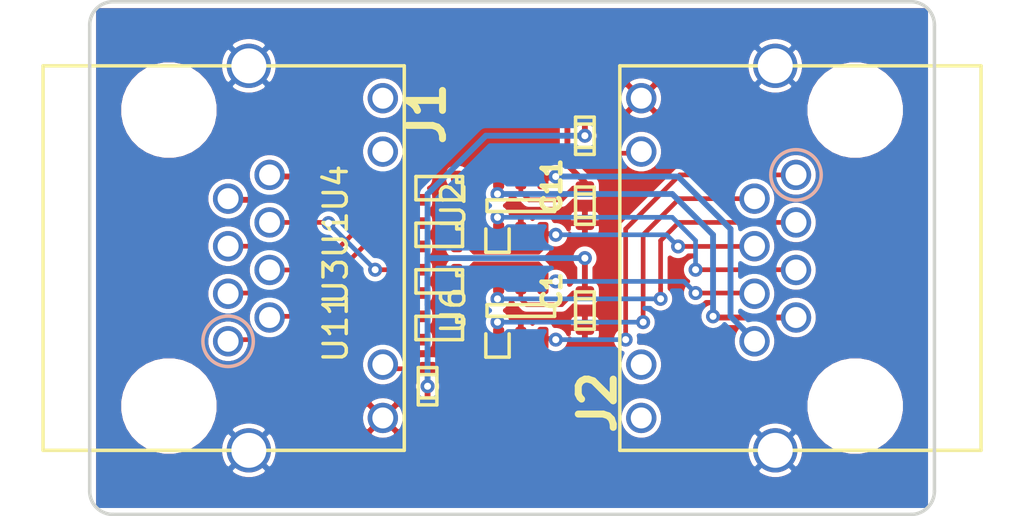
<source format=kicad_pcb>
(kicad_pcb (version 20171130) (host pcbnew "(5.1.4-0-10_14)")

  (general
    (thickness 1.6)
    (drawings 8)
    (tracks 158)
    (zones 0)
    (modules 12)
    (nets 22)
  )

  (page A4)
  (layers
    (0 F.Cu signal)
    (1 In1.Cu signal hide)
    (2 In2.Cu signal hide)
    (31 B.Cu signal)
    (32 B.Adhes user)
    (33 F.Adhes user)
    (34 B.Paste user)
    (35 F.Paste user)
    (36 B.SilkS user)
    (37 F.SilkS user)
    (38 B.Mask user)
    (39 F.Mask user)
    (40 Dwgs.User user)
    (41 Cmts.User user)
    (42 Eco1.User user)
    (43 Eco2.User user)
    (44 Edge.Cuts user)
    (45 Margin user)
    (46 B.CrtYd user)
    (47 F.CrtYd user)
    (48 B.Fab user)
    (49 F.Fab user)
  )

  (setup
    (last_trace_width 0.2)
    (user_trace_width 0.2)
    (user_trace_width 0.25)
    (user_trace_width 0.5)
    (user_trace_width 0.75)
    (user_trace_width 1)
    (trace_clearance 0.15)
    (zone_clearance 0.2)
    (zone_45_only no)
    (trace_min 0.2)
    (via_size 0.6)
    (via_drill 0.3)
    (via_min_size 0.6)
    (via_min_drill 0.3)
    (uvia_size 0.3)
    (uvia_drill 0.1)
    (uvias_allowed no)
    (uvia_min_size 0.2)
    (uvia_min_drill 0.1)
    (edge_width 0.15)
    (segment_width 0.15)
    (pcb_text_width 0.3)
    (pcb_text_size 1.5 1.5)
    (mod_edge_width 0.15)
    (mod_text_size 0.8 0.8)
    (mod_text_width 0.2)
    (pad_size 1.524 1.524)
    (pad_drill 0.762)
    (pad_to_mask_clearance 0.1)
    (solder_mask_min_width 0.1)
    (pad_to_paste_clearance_ratio -0.1)
    (aux_axis_origin 0 0)
    (visible_elements FFF9FF7F)
    (pcbplotparams
      (layerselection 0x010fc_ffffffff)
      (usegerberextensions false)
      (usegerberattributes false)
      (usegerberadvancedattributes false)
      (creategerberjobfile false)
      (excludeedgelayer true)
      (linewidth 0.100000)
      (plotframeref false)
      (viasonmask false)
      (mode 1)
      (useauxorigin false)
      (hpglpennumber 1)
      (hpglpenspeed 20)
      (hpglpendiameter 15.000000)
      (psnegative false)
      (psa4output false)
      (plotreference true)
      (plotvalue true)
      (plotinvisibletext false)
      (padsonsilk false)
      (subtractmaskfromsilk false)
      (outputformat 1)
      (mirror false)
      (drillshape 1)
      (scaleselection 1)
      (outputdirectory ""))
  )

  (net 0 "")
  (net 1 GND)
  (net 2 +3V3)
  (net 3 1)
  (net 4 2)
  (net 5 3)
  (net 6 4)
  (net 7 5)
  (net 8 6)
  (net 9 "Net-(J1-Pad12)")
  (net 10 13)
  (net 11 7)
  (net 12 8)
  (net 13 1_1)
  (net 14 2_2)
  (net 15 3_3)
  (net 16 4_4)
  (net 17 5_5)
  (net 18 6_6)
  (net 19 7_7)
  (net 20 8_8)
  (net 21 "Net-(J2-Pad12)")

  (net_class Default "This is the default net class."
    (clearance 0.15)
    (trace_width 0.2)
    (via_dia 0.6)
    (via_drill 0.3)
    (uvia_dia 0.3)
    (uvia_drill 0.1)
    (add_net +3V3)
    (add_net 1)
    (add_net 13)
    (add_net 1_1)
    (add_net 2)
    (add_net 2_2)
    (add_net 3)
    (add_net 3_3)
    (add_net 4)
    (add_net 4_4)
    (add_net 5)
    (add_net 5_5)
    (add_net 6)
    (add_net 6_6)
    (add_net 7)
    (add_net 7_7)
    (add_net 8)
    (add_net 8_8)
    (add_net GND)
    (add_net "Net-(J1-Pad12)")
    (add_net "Net-(J2-Pad12)")
  )

  (net_class PE ""
    (clearance 0.5)
    (trace_width 0.5)
    (via_dia 0.6)
    (via_drill 0.3)
    (uvia_dia 0.3)
    (uvia_drill 0.1)
  )

  (net_class UVW ""
    (clearance 0.25)
    (trace_width 0.25)
    (via_dia 0.6)
    (via_drill 0.3)
    (uvia_dia 0.3)
    (uvia_drill 0.1)
  )

  (net_class UVW_L ""
    (clearance 0.2)
    (trace_width 0.25)
    (via_dia 0.6)
    (via_drill 0.3)
    (uvia_dia 0.3)
    (uvia_drill 0.1)
  )

  (net_class VPP ""
    (clearance 1)
    (trace_width 4)
    (via_dia 0.6)
    (via_drill 0.3)
    (uvia_dia 0.3)
    (uvia_drill 0.1)
  )

  (module stmbl:R_0603 (layer F.Cu) (tedit 5DA6478D) (tstamp 5E2A035C)
    (at 112 53.25 90)
    (descr "Resistor SMD 0603, reflow soldering, Vishay (see dcrcw.pdf)")
    (tags "resistor 0603")
    (path /5E833508)
    (attr smd)
    (fp_text reference R2 (at -3.248 0.04 90) (layer F.SilkS) hide
      (effects (font (size 0.8 0.8) (thickness 0.2)))
    )
    (fp_text value 560 (at 0 1.4 90) (layer F.Fab)
      (effects (font (size 1 1) (thickness 0.15)))
    )
    (fp_line (start 0.5 -0.4) (end 0.5 0.4) (layer F.SilkS) (width 0.15))
    (fp_line (start -0.5 -0.4) (end -0.5 0.4) (layer F.SilkS) (width 0.15))
    (fp_line (start 0.8 -0.4) (end -0.8 -0.4) (layer F.SilkS) (width 0.15))
    (fp_line (start 0.8 0.4) (end 0.8 -0.4) (layer F.SilkS) (width 0.15))
    (fp_line (start -0.8 0.4) (end 0.8 0.4) (layer F.SilkS) (width 0.15))
    (fp_line (start -0.8 -0.4) (end -0.8 0.4) (layer F.SilkS) (width 0.15))
    (fp_line (start -1.3 -0.6) (end 1.3 -0.6) (layer F.CrtYd) (width 0.05))
    (fp_line (start -1.3 0.6) (end 1.3 0.6) (layer F.CrtYd) (width 0.05))
    (fp_line (start -1.3 -0.6) (end -1.3 0.6) (layer F.CrtYd) (width 0.05))
    (fp_line (start 1.3 -0.6) (end 1.3 0.6) (layer F.CrtYd) (width 0.05))
    (pad 2 smd roundrect (at 0.75 0 90) (size 0.59 0.8) (layers F.Cu F.Paste F.Mask) (roundrect_rratio 0.25)
      (net 2 +3V3))
    (pad 1 smd roundrect (at -0.75 0 90) (size 0.59 0.8) (layers F.Cu F.Paste F.Mask) (roundrect_rratio 0.25)
      (net 21 "Net-(J2-Pad12)"))
    (model ${KISYS3DMOD}/Resistor_SMD.3dshapes/R_0603_1608Metric.step
      (at (xyz 0 0 0))
      (scale (xyz 1 1 1))
      (rotate (xyz 0 0 0))
    )
  )

  (module stmbl:R_0603 (layer F.Cu) (tedit 5DA6478D) (tstamp 5E2A002E)
    (at 105.25 64 270)
    (descr "Resistor SMD 0603, reflow soldering, Vishay (see dcrcw.pdf)")
    (tags "resistor 0603")
    (path /5E8299DE)
    (attr smd)
    (fp_text reference R1 (at -3.248 0.04 90) (layer F.SilkS) hide
      (effects (font (size 0.8 0.8) (thickness 0.2)))
    )
    (fp_text value 560 (at 0 1.4 90) (layer F.Fab)
      (effects (font (size 1 1) (thickness 0.15)))
    )
    (fp_line (start 0.5 -0.4) (end 0.5 0.4) (layer F.SilkS) (width 0.15))
    (fp_line (start -0.5 -0.4) (end -0.5 0.4) (layer F.SilkS) (width 0.15))
    (fp_line (start 0.8 -0.4) (end -0.8 -0.4) (layer F.SilkS) (width 0.15))
    (fp_line (start 0.8 0.4) (end 0.8 -0.4) (layer F.SilkS) (width 0.15))
    (fp_line (start -0.8 0.4) (end 0.8 0.4) (layer F.SilkS) (width 0.15))
    (fp_line (start -0.8 -0.4) (end -0.8 0.4) (layer F.SilkS) (width 0.15))
    (fp_line (start -1.3 -0.6) (end 1.3 -0.6) (layer F.CrtYd) (width 0.05))
    (fp_line (start -1.3 0.6) (end 1.3 0.6) (layer F.CrtYd) (width 0.05))
    (fp_line (start -1.3 -0.6) (end -1.3 0.6) (layer F.CrtYd) (width 0.05))
    (fp_line (start 1.3 -0.6) (end 1.3 0.6) (layer F.CrtYd) (width 0.05))
    (pad 2 smd roundrect (at 0.75 0 270) (size 0.59 0.8) (layers F.Cu F.Paste F.Mask) (roundrect_rratio 0.25)
      (net 2 +3V3))
    (pad 1 smd roundrect (at -0.75 0 270) (size 0.59 0.8) (layers F.Cu F.Paste F.Mask) (roundrect_rratio 0.25)
      (net 9 "Net-(J1-Pad12)"))
    (model ${KISYS3DMOD}/Resistor_SMD.3dshapes/R_0603_1608Metric.step
      (at (xyz 0 0 0))
      (scale (xyz 1 1 1))
      (rotate (xyz 0 0 0))
    )
  )

  (module stmbl:CMC_0805 (layer F.Cu) (tedit 5E273C60) (tstamp 5E29D4FC)
    (at 105.75 61.5 270)
    (path /5E354A2F)
    (fp_text reference U11 (at 0 4.445 90) (layer F.SilkS)
      (effects (font (size 1 1) (thickness 0.15)))
    )
    (fp_text value CMC (at 0 -3.81 90) (layer F.Fab)
      (effects (font (size 1 1) (thickness 0.15)))
    )
    (fp_line (start -0.25 -0.75) (end -0.25 -1) (layer F.SilkS) (width 0.15))
    (fp_line (start -0.5 -0.75) (end -0.25 -0.75) (layer F.SilkS) (width 0.15))
    (fp_line (start 0.5 -1) (end -0.5 -1) (layer F.SilkS) (width 0.15))
    (fp_line (start 0.5 1) (end 0.5 -1) (layer F.SilkS) (width 0.15))
    (fp_line (start -0.5 1) (end 0.5 1) (layer F.SilkS) (width 0.15))
    (fp_line (start -0.5 -1) (end -0.5 1) (layer F.SilkS) (width 0.15))
    (pad 4 smd roundrect (at 0.5 -0.75 270) (size 0.5 0.5) (layers F.Cu F.Paste F.Mask) (roundrect_rratio 0.25)
      (net 13 1_1))
    (pad 3 smd roundrect (at 0.5 0.75 270) (size 0.5 0.5) (layers F.Cu F.Paste F.Mask) (roundrect_rratio 0.25)
      (net 3 1))
    (pad 2 smd roundrect (at -0.5 0.75 270) (size 0.5 0.5) (layers F.Cu F.Paste F.Mask) (roundrect_rratio 0.25)
      (net 4 2))
    (pad 1 smd roundrect (at -0.5 -0.75 270) (size 0.5 0.5) (layers F.Cu F.Paste F.Mask) (roundrect_rratio 0.25)
      (net 14 2_2))
  )

  (module stmbl:SOT-23-6 (layer F.Cu) (tedit 5DA64944) (tstamp 5E29D4EE)
    (at 109.25 60.75 90)
    (descr "6-pin SOT-23 package")
    (tags SOT-23-6)
    (path /5E44C1CC)
    (attr smd)
    (fp_text reference U6 (at 0 -2.9 90) (layer F.SilkS)
      (effects (font (size 1 1) (thickness 0.15)))
    )
    (fp_text value USBLC6-4SC6 (at 0 2.9 90) (layer F.Fab)
      (effects (font (size 1 1) (thickness 0.15)))
    )
    (fp_line (start -0.25 -1.45) (end -0.25 1.45) (layer F.SilkS) (width 0.15))
    (fp_line (start -0.25 1.45) (end 0.25 1.45) (layer F.SilkS) (width 0.15))
    (fp_line (start 0.25 1.45) (end 0.25 -1.45) (layer F.SilkS) (width 0.15))
    (fp_line (start 0.25 -1.45) (end -0.25 -1.45) (layer F.SilkS) (width 0.15))
    (fp_line (start -1 -1.5) (end -2 -1.5) (layer F.SilkS) (width 0.15))
    (fp_line (start -2 -1.5) (end -2 -0.5) (layer F.SilkS) (width 0.15))
    (fp_line (start -2 -0.5) (end -1 -0.5) (layer F.SilkS) (width 0.15))
    (pad 1 smd roundrect (at -1.2 -0.95 90) (size 1 0.475) (layers F.Cu F.Paste F.Mask) (roundrect_rratio 0.25)
      (net 14 2_2))
    (pad 2 smd roundrect (at -1.2 0 90) (size 1 0.475) (layers F.Cu F.Paste F.Mask) (roundrect_rratio 0.25)
      (net 1 GND))
    (pad 3 smd roundrect (at -1.2 0.95 90) (size 1 0.475) (layers F.Cu F.Paste F.Mask) (roundrect_rratio 0.25)
      (net 13 1_1))
    (pad 4 smd roundrect (at 1.2 0.95 90) (size 1 0.475) (layers F.Cu F.Paste F.Mask) (roundrect_rratio 0.25)
      (net 18 6_6))
    (pad 6 smd roundrect (at 1.2 -0.95 90) (size 1 0.475) (layers F.Cu F.Paste F.Mask) (roundrect_rratio 0.25)
      (net 15 3_3))
    (pad 5 smd roundrect (at 1.2 0 90) (size 1 0.475) (layers F.Cu F.Paste F.Mask) (roundrect_rratio 0.25)
      (net 2 +3V3))
    (model ${KISYS3DMOD}/Package_TO_SOT_SMD.3dshapes/SOT-23-6.step
      (at (xyz 0 0 0))
      (scale (xyz 1 1 1))
      (rotate (xyz 0 0 0))
    )
  )

  (module stmbl:C_0603 (layer F.Cu) (tedit 5DA644E2) (tstamp 5E29D40F)
    (at 112 56.25 270)
    (descr "Capacitor SMD 0603, reflow soldering, AVX (see smccp.pdf)")
    (tags "capacitor 0603")
    (path /5E44E6F8)
    (attr smd)
    (fp_text reference C11 (at -0.834 1.416 90) (layer F.SilkS)
      (effects (font (size 0.8 0.8) (thickness 0.2)))
    )
    (fp_text value 100n (at 0 1.4 90) (layer F.Fab)
      (effects (font (size 1 1) (thickness 0.15)))
    )
    (fp_line (start 0.5 -0.4) (end 0.5 0.4) (layer F.SilkS) (width 0.15))
    (fp_line (start -0.5 -0.4) (end -0.5 0.4) (layer F.SilkS) (width 0.15))
    (fp_line (start 0.8 -0.4) (end -0.8 -0.4) (layer F.SilkS) (width 0.15))
    (fp_line (start 0.8 0.4) (end 0.8 -0.4) (layer F.SilkS) (width 0.15))
    (fp_line (start -0.8 0.4) (end 0.8 0.4) (layer F.SilkS) (width 0.15))
    (fp_line (start -0.8 -0.4) (end -0.8 0.4) (layer F.SilkS) (width 0.15))
    (fp_line (start -1.3 -0.6) (end 1.3 -0.6) (layer F.CrtYd) (width 0.05))
    (fp_line (start -1.3 0.6) (end 1.3 0.6) (layer F.CrtYd) (width 0.05))
    (fp_line (start -1.3 -0.6) (end -1.3 0.6) (layer F.CrtYd) (width 0.05))
    (fp_line (start 1.3 -0.6) (end 1.3 0.6) (layer F.CrtYd) (width 0.05))
    (pad 2 smd roundrect (at 0.75 0 270) (size 0.59 0.8) (layers F.Cu F.Paste F.Mask) (roundrect_rratio 0.25)
      (net 1 GND))
    (pad 1 smd roundrect (at -0.75 0 270) (size 0.59 0.8) (layers F.Cu F.Paste F.Mask) (roundrect_rratio 0.25)
      (net 2 +3V3))
    (model ${KISYS3DMOD}/Capacitor_SMD.3dshapes/C_0603_1608Metric.step
      (at (xyz 0 0 0))
      (scale (xyz 1 1 1))
      (rotate (xyz 0 0 0))
    )
  )

  (module stmbl:CMC_0805 (layer F.Cu) (tedit 5E273C60) (tstamp 5E29D217)
    (at 105.75 55.5 270)
    (path /5E7C9526)
    (fp_text reference U4 (at 0 4.445 90) (layer F.SilkS)
      (effects (font (size 1 1) (thickness 0.15)))
    )
    (fp_text value CMC (at 0 -3.81 90) (layer F.Fab)
      (effects (font (size 1 1) (thickness 0.15)))
    )
    (fp_line (start -0.25 -0.75) (end -0.25 -1) (layer F.SilkS) (width 0.15))
    (fp_line (start -0.5 -0.75) (end -0.25 -0.75) (layer F.SilkS) (width 0.15))
    (fp_line (start 0.5 -1) (end -0.5 -1) (layer F.SilkS) (width 0.15))
    (fp_line (start 0.5 1) (end 0.5 -1) (layer F.SilkS) (width 0.15))
    (fp_line (start -0.5 1) (end 0.5 1) (layer F.SilkS) (width 0.15))
    (fp_line (start -0.5 -1) (end -0.5 1) (layer F.SilkS) (width 0.15))
    (pad 4 smd roundrect (at 0.5 -0.75 270) (size 0.5 0.5) (layers F.Cu F.Paste F.Mask) (roundrect_rratio 0.25)
      (net 19 7_7))
    (pad 3 smd roundrect (at 0.5 0.75 270) (size 0.5 0.5) (layers F.Cu F.Paste F.Mask) (roundrect_rratio 0.25)
      (net 11 7))
    (pad 2 smd roundrect (at -0.5 0.75 270) (size 0.5 0.5) (layers F.Cu F.Paste F.Mask) (roundrect_rratio 0.25)
      (net 12 8))
    (pad 1 smd roundrect (at -0.5 -0.75 270) (size 0.5 0.5) (layers F.Cu F.Paste F.Mask) (roundrect_rratio 0.25)
      (net 20 8_8))
  )

  (module stmbl:CMC_0805 (layer F.Cu) (tedit 5E273C60) (tstamp 5E29D209)
    (at 105.75 59.5 270)
    (path /5E7C2940)
    (fp_text reference U3 (at 0 4.445 90) (layer F.SilkS)
      (effects (font (size 1 1) (thickness 0.15)))
    )
    (fp_text value CMC (at 0 -3.81 90) (layer F.Fab)
      (effects (font (size 1 1) (thickness 0.15)))
    )
    (fp_line (start -0.25 -0.75) (end -0.25 -1) (layer F.SilkS) (width 0.15))
    (fp_line (start -0.5 -0.75) (end -0.25 -0.75) (layer F.SilkS) (width 0.15))
    (fp_line (start 0.5 -1) (end -0.5 -1) (layer F.SilkS) (width 0.15))
    (fp_line (start 0.5 1) (end 0.5 -1) (layer F.SilkS) (width 0.15))
    (fp_line (start -0.5 1) (end 0.5 1) (layer F.SilkS) (width 0.15))
    (fp_line (start -0.5 -1) (end -0.5 1) (layer F.SilkS) (width 0.15))
    (pad 4 smd roundrect (at 0.5 -0.75 270) (size 0.5 0.5) (layers F.Cu F.Paste F.Mask) (roundrect_rratio 0.25)
      (net 15 3_3))
    (pad 3 smd roundrect (at 0.5 0.75 270) (size 0.5 0.5) (layers F.Cu F.Paste F.Mask) (roundrect_rratio 0.25)
      (net 5 3))
    (pad 2 smd roundrect (at -0.5 0.75 270) (size 0.5 0.5) (layers F.Cu F.Paste F.Mask) (roundrect_rratio 0.25)
      (net 8 6))
    (pad 1 smd roundrect (at -0.5 -0.75 270) (size 0.5 0.5) (layers F.Cu F.Paste F.Mask) (roundrect_rratio 0.25)
      (net 18 6_6))
  )

  (module stmbl:SOT-23-6 (layer F.Cu) (tedit 5DA64944) (tstamp 5E29D1FB)
    (at 109.25 56.25 90)
    (descr "6-pin SOT-23 package")
    (tags SOT-23-6)
    (path /5E7C94CA)
    (attr smd)
    (fp_text reference U2 (at 0 -2.9 90) (layer F.SilkS)
      (effects (font (size 1 1) (thickness 0.15)))
    )
    (fp_text value USBLC6-4SC6 (at 0 2.9 90) (layer F.Fab)
      (effects (font (size 1 1) (thickness 0.15)))
    )
    (fp_line (start -0.25 -1.45) (end -0.25 1.45) (layer F.SilkS) (width 0.15))
    (fp_line (start -0.25 1.45) (end 0.25 1.45) (layer F.SilkS) (width 0.15))
    (fp_line (start 0.25 1.45) (end 0.25 -1.45) (layer F.SilkS) (width 0.15))
    (fp_line (start 0.25 -1.45) (end -0.25 -1.45) (layer F.SilkS) (width 0.15))
    (fp_line (start -1 -1.5) (end -2 -1.5) (layer F.SilkS) (width 0.15))
    (fp_line (start -2 -1.5) (end -2 -0.5) (layer F.SilkS) (width 0.15))
    (fp_line (start -2 -0.5) (end -1 -0.5) (layer F.SilkS) (width 0.15))
    (pad 1 smd roundrect (at -1.2 -0.95 90) (size 1 0.475) (layers F.Cu F.Paste F.Mask) (roundrect_rratio 0.25)
      (net 17 5_5))
    (pad 2 smd roundrect (at -1.2 0 90) (size 1 0.475) (layers F.Cu F.Paste F.Mask) (roundrect_rratio 0.25)
      (net 1 GND))
    (pad 3 smd roundrect (at -1.2 0.95 90) (size 1 0.475) (layers F.Cu F.Paste F.Mask) (roundrect_rratio 0.25)
      (net 16 4_4))
    (pad 4 smd roundrect (at 1.2 0.95 90) (size 1 0.475) (layers F.Cu F.Paste F.Mask) (roundrect_rratio 0.25)
      (net 20 8_8))
    (pad 6 smd roundrect (at 1.2 -0.95 90) (size 1 0.475) (layers F.Cu F.Paste F.Mask) (roundrect_rratio 0.25)
      (net 19 7_7))
    (pad 5 smd roundrect (at 1.2 0 90) (size 1 0.475) (layers F.Cu F.Paste F.Mask) (roundrect_rratio 0.25)
      (net 2 +3V3))
    (model ${KISYS3DMOD}/Package_TO_SOT_SMD.3dshapes/SOT-23-6.step
      (at (xyz 0 0 0))
      (scale (xyz 1 1 1))
      (rotate (xyz 0 0 0))
    )
  )

  (module stmbl:CMC_0805 (layer F.Cu) (tedit 5E273C60) (tstamp 5E29D1EA)
    (at 105.75 57.5 270)
    (path /5E7C950B)
    (fp_text reference U1 (at 0 4.445 90) (layer F.SilkS)
      (effects (font (size 1 1) (thickness 0.15)))
    )
    (fp_text value CMC (at 0 -3.81 90) (layer F.Fab)
      (effects (font (size 1 1) (thickness 0.15)))
    )
    (fp_line (start -0.25 -0.75) (end -0.25 -1) (layer F.SilkS) (width 0.15))
    (fp_line (start -0.5 -0.75) (end -0.25 -0.75) (layer F.SilkS) (width 0.15))
    (fp_line (start 0.5 -1) (end -0.5 -1) (layer F.SilkS) (width 0.15))
    (fp_line (start 0.5 1) (end 0.5 -1) (layer F.SilkS) (width 0.15))
    (fp_line (start -0.5 1) (end 0.5 1) (layer F.SilkS) (width 0.15))
    (fp_line (start -0.5 -1) (end -0.5 1) (layer F.SilkS) (width 0.15))
    (pad 4 smd roundrect (at 0.5 -0.75 270) (size 0.5 0.5) (layers F.Cu F.Paste F.Mask) (roundrect_rratio 0.25)
      (net 16 4_4))
    (pad 3 smd roundrect (at 0.5 0.75 270) (size 0.5 0.5) (layers F.Cu F.Paste F.Mask) (roundrect_rratio 0.25)
      (net 6 4))
    (pad 2 smd roundrect (at -0.5 0.75 270) (size 0.5 0.5) (layers F.Cu F.Paste F.Mask) (roundrect_rratio 0.25)
      (net 7 5))
    (pad 1 smd roundrect (at -0.5 -0.75 270) (size 0.5 0.5) (layers F.Cu F.Paste F.Mask) (roundrect_rratio 0.25)
      (net 17 5_5))
  )

  (module stmbl:RJ45_LED (layer F.Cu) (tedit 58E701F3) (tstamp 5E29D1DC)
    (at 129 58.5 270)
    (path /5E7A8F61)
    (fp_text reference J2 (at 6.194 16.462 90) (layer F.SilkS)
      (effects (font (size 1.5 1.5) (thickness 0.3)))
    )
    (fp_text value RJ45_LED (at -5 -1 90) (layer F.Fab)
      (effects (font (size 1 1) (thickness 0.15)))
    )
    (fp_line (start 8.25 0) (end -8.25 0) (layer F.SilkS) (width 0.15))
    (fp_line (start -8.25 0) (end -8.25 15.5) (layer F.SilkS) (width 0.15))
    (fp_line (start -8.25 15.5) (end 8.25 15.5) (layer F.SilkS) (width 0.15))
    (fp_line (start 8.25 15.5) (end 8.25 0) (layer F.SilkS) (width 0.15))
    (fp_circle (center -3.57 7.94) (end -3.556 6.858) (layer B.SilkS) (width 0.15))
    (pad "" np_thru_hole circle (at 6.35 5.4 270) (size 3.1 3.1) (drill 3.1) (layers *.Cu *.Mask)
      (clearance 0.5))
    (pad "" np_thru_hole circle (at -6.35 5.4 270) (size 3.1 3.1) (drill 3.1) (layers *.Cu *.Mask)
      (clearance 0.5))
    (pad 13 thru_hole circle (at 8.25 8.83 270) (size 1.9 1.9) (drill 1.5) (layers *.Cu *.Mask)
      (net 10 13))
    (pad 13 thru_hole circle (at -8.25 8.83 270) (size 1.9 1.9) (drill 1.5) (layers *.Cu *.Mask)
      (net 10 13))
    (pad 1 thru_hole circle (at -3.57 7.94 270) (size 1.3 1.3) (drill 0.9) (layers *.Cu *.Mask)
      (net 13 1_1))
    (pad 2 thru_hole circle (at -2.55 9.72 270) (size 1.3 1.3) (drill 0.9) (layers *.Cu *.Mask)
      (net 14 2_2))
    (pad 3 thru_hole circle (at -1.53 7.94 270) (size 1.3 1.3) (drill 0.9) (layers *.Cu *.Mask)
      (net 15 3_3))
    (pad 4 thru_hole circle (at -0.51 9.72 270) (size 1.3 1.3) (drill 0.9) (layers *.Cu *.Mask)
      (net 16 4_4))
    (pad 5 thru_hole circle (at 0.51 7.94 270) (size 1.3 1.3) (drill 0.9) (layers *.Cu *.Mask)
      (net 17 5_5))
    (pad 6 thru_hole circle (at 1.53 9.72 270) (size 1.3 1.3) (drill 0.9) (layers *.Cu *.Mask)
      (net 18 6_6))
    (pad 7 thru_hole circle (at 2.55 7.94 270) (size 1.3 1.3) (drill 0.9) (layers *.Cu *.Mask)
      (net 19 7_7))
    (pad 8 thru_hole circle (at 3.57 9.72 270) (size 1.3 1.3) (drill 0.9) (layers *.Cu *.Mask)
      (net 20 8_8))
    (pad 10 thru_hole circle (at 6.86 14.58 270) (size 1.3 1.3) (drill 0.9) (layers *.Cu *.Mask))
    (pad 9 thru_hole circle (at 4.57 14.58 270) (size 1.3 1.3) (drill 0.9) (layers *.Cu *.Mask))
    (pad 12 thru_hole circle (at -4.57 14.58 270) (size 1.3 1.3) (drill 0.9) (layers *.Cu *.Mask)
      (net 21 "Net-(J2-Pad12)"))
    (pad 11 thru_hole circle (at -6.86 14.58 270) (size 1.3 1.3) (drill 0.9) (layers *.Cu *.Mask)
      (net 1 GND))
    (model ${KIPRJMOD}/../lib/stmbl.pretty/RIA_AJT10L8813-011.wrl
      (at (xyz 0 0 0))
      (scale (xyz 393.7 393.7 393.7))
      (rotate (xyz -90 0 180))
    )
  )

  (module stmbl:C_0603 (layer F.Cu) (tedit 5DA644E2) (tstamp 5E29D175)
    (at 112 60.75 270)
    (descr "Capacitor SMD 0603, reflow soldering, AVX (see smccp.pdf)")
    (tags "capacitor 0603")
    (path /5E7C94D4)
    (attr smd)
    (fp_text reference C1 (at -0.834 1.416 90) (layer F.SilkS)
      (effects (font (size 0.8 0.8) (thickness 0.2)))
    )
    (fp_text value 100n (at 0 1.4 90) (layer F.Fab)
      (effects (font (size 1 1) (thickness 0.15)))
    )
    (fp_line (start 0.5 -0.4) (end 0.5 0.4) (layer F.SilkS) (width 0.15))
    (fp_line (start -0.5 -0.4) (end -0.5 0.4) (layer F.SilkS) (width 0.15))
    (fp_line (start 0.8 -0.4) (end -0.8 -0.4) (layer F.SilkS) (width 0.15))
    (fp_line (start 0.8 0.4) (end 0.8 -0.4) (layer F.SilkS) (width 0.15))
    (fp_line (start -0.8 0.4) (end 0.8 0.4) (layer F.SilkS) (width 0.15))
    (fp_line (start -0.8 -0.4) (end -0.8 0.4) (layer F.SilkS) (width 0.15))
    (fp_line (start -1.3 -0.6) (end 1.3 -0.6) (layer F.CrtYd) (width 0.05))
    (fp_line (start -1.3 0.6) (end 1.3 0.6) (layer F.CrtYd) (width 0.05))
    (fp_line (start -1.3 -0.6) (end -1.3 0.6) (layer F.CrtYd) (width 0.05))
    (fp_line (start 1.3 -0.6) (end 1.3 0.6) (layer F.CrtYd) (width 0.05))
    (pad 2 smd roundrect (at 0.75 0 270) (size 0.59 0.8) (layers F.Cu F.Paste F.Mask) (roundrect_rratio 0.25)
      (net 1 GND))
    (pad 1 smd roundrect (at -0.75 0 270) (size 0.59 0.8) (layers F.Cu F.Paste F.Mask) (roundrect_rratio 0.25)
      (net 2 +3V3))
    (model ${KISYS3DMOD}/Capacitor_SMD.3dshapes/C_0603_1608Metric.step
      (at (xyz 0 0 0))
      (scale (xyz 1 1 1))
      (rotate (xyz 0 0 0))
    )
  )

  (module stmbl:RJ45_LED (layer F.Cu) (tedit 58E701F3) (tstamp 5E2712DD)
    (at 88.75 58.5 90)
    (path /5E3EE2C2)
    (fp_text reference J1 (at 6.194 16.462 90) (layer F.SilkS)
      (effects (font (size 1.5 1.5) (thickness 0.3)))
    )
    (fp_text value RJ45_LED (at -5 -1 90) (layer F.Fab)
      (effects (font (size 1 1) (thickness 0.15)))
    )
    (fp_line (start 8.25 0) (end -8.25 0) (layer F.SilkS) (width 0.15))
    (fp_line (start -8.25 0) (end -8.25 15.5) (layer F.SilkS) (width 0.15))
    (fp_line (start -8.25 15.5) (end 8.25 15.5) (layer F.SilkS) (width 0.15))
    (fp_line (start 8.25 15.5) (end 8.25 0) (layer F.SilkS) (width 0.15))
    (fp_circle (center -3.57 7.94) (end -3.556 6.858) (layer B.SilkS) (width 0.15))
    (pad "" np_thru_hole circle (at 6.35 5.4 90) (size 3.1 3.1) (drill 3.1) (layers *.Cu *.Mask)
      (clearance 0.5))
    (pad "" np_thru_hole circle (at -6.35 5.4 90) (size 3.1 3.1) (drill 3.1) (layers *.Cu *.Mask)
      (clearance 0.5))
    (pad 13 thru_hole circle (at 8.25 8.83 90) (size 1.9 1.9) (drill 1.5) (layers *.Cu *.Mask)
      (net 10 13))
    (pad 13 thru_hole circle (at -8.25 8.83 90) (size 1.9 1.9) (drill 1.5) (layers *.Cu *.Mask)
      (net 10 13))
    (pad 1 thru_hole circle (at -3.57 7.94 90) (size 1.3 1.3) (drill 0.9) (layers *.Cu *.Mask)
      (net 3 1))
    (pad 2 thru_hole circle (at -2.55 9.72 90) (size 1.3 1.3) (drill 0.9) (layers *.Cu *.Mask)
      (net 4 2))
    (pad 3 thru_hole circle (at -1.53 7.94 90) (size 1.3 1.3) (drill 0.9) (layers *.Cu *.Mask)
      (net 5 3))
    (pad 4 thru_hole circle (at -0.51 9.72 90) (size 1.3 1.3) (drill 0.9) (layers *.Cu *.Mask)
      (net 6 4))
    (pad 5 thru_hole circle (at 0.51 7.94 90) (size 1.3 1.3) (drill 0.9) (layers *.Cu *.Mask)
      (net 7 5))
    (pad 6 thru_hole circle (at 1.53 9.72 90) (size 1.3 1.3) (drill 0.9) (layers *.Cu *.Mask)
      (net 8 6))
    (pad 7 thru_hole circle (at 2.55 7.94 90) (size 1.3 1.3) (drill 0.9) (layers *.Cu *.Mask)
      (net 11 7))
    (pad 8 thru_hole circle (at 3.57 9.72 90) (size 1.3 1.3) (drill 0.9) (layers *.Cu *.Mask)
      (net 12 8))
    (pad 10 thru_hole circle (at 6.86 14.58 90) (size 1.3 1.3) (drill 0.9) (layers *.Cu *.Mask))
    (pad 9 thru_hole circle (at 4.57 14.58 90) (size 1.3 1.3) (drill 0.9) (layers *.Cu *.Mask))
    (pad 12 thru_hole circle (at -4.57 14.58 90) (size 1.3 1.3) (drill 0.9) (layers *.Cu *.Mask)
      (net 9 "Net-(J1-Pad12)"))
    (pad 11 thru_hole circle (at -6.86 14.58 90) (size 1.3 1.3) (drill 0.9) (layers *.Cu *.Mask)
      (net 1 GND))
    (model ${KIPRJMOD}/../lib/stmbl.pretty/RIA_AJT10L8813-011.wrl
      (at (xyz 0 0 0))
      (scale (xyz 393.7 393.7 393.7))
      (rotate (xyz -90 0 180))
    )
  )

  (gr_arc (start 91.75 68.5) (end 90.75 68.5) (angle -90) (layer Edge.Cuts) (width 0.15) (tstamp 5E2FDE2F))
  (gr_arc (start 91.75 48.5) (end 91.75 47.5) (angle -90) (layer Edge.Cuts) (width 0.15) (tstamp 5E2FDE2C))
  (gr_arc (start 126 48.5) (end 127 48.5) (angle -90) (layer Edge.Cuts) (width 0.15) (tstamp 5E2FDE29))
  (gr_arc (start 126 68.5) (end 126 69.5) (angle -90) (layer Edge.Cuts) (width 0.15))
  (gr_line (start 91.75 47.5) (end 126 47.5) (layer Edge.Cuts) (width 0.15) (tstamp 5E270865))
  (gr_line (start 90.75 68.5) (end 90.75 48.5) (layer Edge.Cuts) (width 0.15))
  (gr_line (start 126 69.5) (end 91.75 69.5) (layer Edge.Cuts) (width 0.15))
  (gr_line (start 127 48.5) (end 127 68.5) (layer Edge.Cuts) (width 0.15))

  (segment (start 111.5 55.5) (end 112 55.5) (width 0.2) (layer F.Cu) (net 2))
  (segment (start 111 56) (end 111.5 55.5) (width 0.2) (layer F.Cu) (net 2))
  (segment (start 109.6 56) (end 111 56) (width 0.2) (layer F.Cu) (net 2))
  (segment (start 109.25 55.65) (end 109.6 56) (width 0.2) (layer F.Cu) (net 2))
  (segment (start 109.25 55.05) (end 109.25 55.65) (width 0.2) (layer F.Cu) (net 2))
  (segment (start 111.5 60) (end 112 60) (width 0.2) (layer F.Cu) (net 2))
  (segment (start 109.5 60.5) (end 111 60.5) (width 0.2) (layer F.Cu) (net 2))
  (segment (start 111 60.5) (end 111.5 60) (width 0.2) (layer F.Cu) (net 2))
  (segment (start 109.25 60.25) (end 109.5 60.5) (width 0.2) (layer F.Cu) (net 2))
  (segment (start 109.25 59.55) (end 109.25 60.25) (width 0.2) (layer F.Cu) (net 2))
  (segment (start 111.25 52.75) (end 111.5 52.5) (width 0.25) (layer F.Cu) (net 2))
  (segment (start 111.5 52.5) (end 112 52.5) (width 0.25) (layer F.Cu) (net 2))
  (segment (start 111.25 54.5) (end 111.25 52.75) (width 0.25) (layer F.Cu) (net 2))
  (segment (start 112 55.25) (end 111.25 54.5) (width 0.25) (layer F.Cu) (net 2))
  (segment (start 112 55.5) (end 112 55.25) (width 0.25) (layer F.Cu) (net 2))
  (via (at 105.25 64) (size 0.6) (drill 0.3) (layers F.Cu B.Cu) (net 2))
  (segment (start 105.25 64.75) (end 105.25 64) (width 0.25) (layer F.Cu) (net 2))
  (via (at 112 58.5) (size 0.6) (drill 0.3) (layers F.Cu B.Cu) (net 2))
  (segment (start 112 60) (end 112 58.5) (width 0.25) (layer F.Cu) (net 2))
  (segment (start 105.25 64) (end 105.25 60.5) (width 0.25) (layer B.Cu) (net 2))
  (via (at 112 53.25) (size 0.6) (drill 0.3) (layers F.Cu B.Cu) (net 2))
  (segment (start 112 52.5) (end 112 53.25) (width 0.25) (layer F.Cu) (net 2))
  (segment (start 107.75 53.25) (end 105.25 55.75) (width 0.25) (layer B.Cu) (net 2))
  (segment (start 105.25 55.75) (end 105.25 60.5) (width 0.25) (layer B.Cu) (net 2))
  (segment (start 112 53.25) (end 107.75 53.25) (width 0.25) (layer B.Cu) (net 2))
  (segment (start 105.25 58.5) (end 112 58.5) (width 0.25) (layer B.Cu) (net 2))
  (segment (start 105.25 60.5) (end 105.25 58.5) (width 0.25) (layer B.Cu) (net 2))
  (segment (start 96.76 62) (end 96.69 62.07) (width 0.2) (layer F.Cu) (net 3))
  (segment (start 105 62) (end 96.76 62) (width 0.2) (layer F.Cu) (net 3))
  (segment (start 98.52 61) (end 98.47 61.05) (width 0.2) (layer F.Cu) (net 4))
  (segment (start 105 61) (end 98.52 61) (width 0.2) (layer F.Cu) (net 4))
  (segment (start 96.72 60) (end 96.69 60.03) (width 0.2) (layer F.Cu) (net 5))
  (segment (start 105 60) (end 96.72 60) (width 0.2) (layer F.Cu) (net 5))
  (segment (start 105 58) (end 102.5 58) (width 0.2) (layer F.Cu) (net 6))
  (segment (start 101.49 59.01) (end 101.26 59.01) (width 0.2) (layer F.Cu) (net 6))
  (segment (start 102.5 58) (end 101.49 59.01) (width 0.2) (layer F.Cu) (net 6))
  (segment (start 101.26 59.01) (end 98.47 59.01) (width 0.2) (layer F.Cu) (net 6))
  (segment (start 105 57) (end 102.5 57) (width 0.2) (layer F.Cu) (net 7))
  (segment (start 102.5 57) (end 101.5 58) (width 0.2) (layer F.Cu) (net 7))
  (segment (start 101.49 57.99) (end 96.69 57.99) (width 0.2) (layer F.Cu) (net 7))
  (segment (start 101.5 58) (end 101.49 57.99) (width 0.2) (layer F.Cu) (net 7))
  (via (at 101 57) (size 0.6) (drill 0.3) (layers F.Cu B.Cu) (net 8))
  (segment (start 100.97 56.97) (end 101 57) (width 0.2) (layer F.Cu) (net 8))
  (segment (start 98.47 56.97) (end 100.97 56.97) (width 0.2) (layer F.Cu) (net 8))
  (via (at 103 59) (size 0.6) (drill 0.3) (layers F.Cu B.Cu) (net 8))
  (segment (start 101 57) (end 103 59) (width 0.2) (layer B.Cu) (net 8))
  (segment (start 103 59) (end 105 59) (width 0.2) (layer F.Cu) (net 8))
  (segment (start 103.51 63.25) (end 103.33 63.07) (width 0.2) (layer F.Cu) (net 9))
  (segment (start 105.25 63.25) (end 103.51 63.25) (width 0.2) (layer F.Cu) (net 9))
  (segment (start 96.74 56) (end 96.69 55.95) (width 0.25) (layer F.Cu) (net 11))
  (segment (start 105 56) (end 96.74 56) (width 0.25) (layer F.Cu) (net 11))
  (segment (start 98.54 55) (end 98.47 54.93) (width 0.25) (layer F.Cu) (net 12))
  (segment (start 105 55) (end 98.54 55) (width 0.25) (layer F.Cu) (net 12))
  (segment (start 110.2 62.55) (end 110.2 61.95) (width 0.2) (layer F.Cu) (net 13))
  (segment (start 110 62.75) (end 110.2 62.55) (width 0.2) (layer F.Cu) (net 13))
  (segment (start 107.75 62.75) (end 110 62.75) (width 0.2) (layer F.Cu) (net 13))
  (segment (start 107 62) (end 107.75 62.75) (width 0.2) (layer F.Cu) (net 13))
  (segment (start 106.5 62) (end 107 62) (width 0.2) (layer F.Cu) (net 13))
  (segment (start 110.7 61.95) (end 110.75 62) (width 0.2) (layer F.Cu) (net 13))
  (via (at 110.75 62) (size 0.6) (drill 0.3) (layers F.Cu B.Cu) (net 13))
  (segment (start 110.2 61.95) (end 110.7 61.95) (width 0.2) (layer F.Cu) (net 13))
  (via (at 113.75 62) (size 0.6) (drill 0.3) (layers F.Cu B.Cu) (net 13))
  (segment (start 110.75 62) (end 113.75 62) (width 0.2) (layer B.Cu) (net 13))
  (segment (start 113.75 57.25) (end 113.75 61.575736) (width 0.2) (layer F.Cu) (net 13))
  (segment (start 113.75 61.575736) (end 113.75 62) (width 0.2) (layer F.Cu) (net 13))
  (segment (start 121.06 54.93) (end 116.07 54.93) (width 0.2) (layer F.Cu) (net 13))
  (segment (start 116.07 54.93) (end 113.75 57.25) (width 0.2) (layer F.Cu) (net 13))
  (segment (start 107.95 61.95) (end 108.3 61.95) (width 0.2) (layer F.Cu) (net 14))
  (segment (start 107 61) (end 107.95 61.95) (width 0.2) (layer F.Cu) (net 14))
  (segment (start 106.5 61) (end 107 61) (width 0.2) (layer F.Cu) (net 14))
  (via (at 108.25 61.25) (size 0.6) (drill 0.3) (layers F.Cu B.Cu) (net 14))
  (segment (start 108.3 61.95) (end 108.3 61.3) (width 0.2) (layer F.Cu) (net 14))
  (segment (start 108.3 61.3) (end 108.25 61.25) (width 0.2) (layer F.Cu) (net 14))
  (via (at 114.5 61.25) (size 0.6) (drill 0.3) (layers F.Cu B.Cu) (net 14))
  (segment (start 116.05 55.95) (end 114.5 57.5) (width 0.2) (layer F.Cu) (net 14))
  (segment (start 108.25 61.25) (end 114.5 61.25) (width 0.2) (layer B.Cu) (net 14))
  (segment (start 119.28 55.95) (end 116.05 55.95) (width 0.2) (layer F.Cu) (net 14))
  (segment (start 114.5 57.5) (end 114.5 60.825736) (width 0.2) (layer F.Cu) (net 14))
  (segment (start 114.5 60.825736) (end 114.5 61.25) (width 0.2) (layer F.Cu) (net 14))
  (segment (start 107 60) (end 107.45 59.55) (width 0.2) (layer F.Cu) (net 15))
  (segment (start 107.45 59.55) (end 108.3 59.55) (width 0.2) (layer F.Cu) (net 15))
  (segment (start 106.5 60) (end 107 60) (width 0.2) (layer F.Cu) (net 15))
  (via (at 108.25 60.25) (size 0.6) (drill 0.3) (layers F.Cu B.Cu) (net 15))
  (segment (start 108.3 60.2) (end 108.25 60.25) (width 0.2) (layer F.Cu) (net 15))
  (segment (start 108.3 59.55) (end 108.3 60.2) (width 0.2) (layer F.Cu) (net 15))
  (via (at 115.249992 60.25) (size 0.6) (drill 0.3) (layers F.Cu B.Cu) (net 15))
  (segment (start 108.25 60.25) (end 115.249992 60.25) (width 0.2) (layer B.Cu) (net 15))
  (segment (start 115.249992 59.825736) (end 115.249992 60.25) (width 0.2) (layer F.Cu) (net 15))
  (segment (start 121.06 56.97) (end 116.03 56.97) (width 0.2) (layer F.Cu) (net 15))
  (segment (start 116.03 56.97) (end 115.249992 57.750008) (width 0.2) (layer F.Cu) (net 15))
  (segment (start 115.249992 57.750008) (end 115.249992 59.825736) (width 0.2) (layer F.Cu) (net 15))
  (segment (start 110.2 58.05) (end 110.2 57.45) (width 0.2) (layer F.Cu) (net 16))
  (segment (start 110 58.25) (end 110.2 58.05) (width 0.2) (layer F.Cu) (net 16))
  (segment (start 107.25 58.25) (end 110 58.25) (width 0.2) (layer F.Cu) (net 16))
  (segment (start 107 58) (end 107.25 58.25) (width 0.2) (layer F.Cu) (net 16))
  (segment (start 106.5 58) (end 107 58) (width 0.2) (layer F.Cu) (net 16))
  (segment (start 110.7 57.45) (end 110.75 57.5) (width 0.2) (layer F.Cu) (net 16))
  (segment (start 110.2 57.45) (end 110.7 57.45) (width 0.2) (layer F.Cu) (net 16))
  (via (at 110.75 57.5) (size 0.6) (drill 0.3) (layers F.Cu B.Cu) (net 16))
  (via (at 116 58) (size 0.6) (drill 0.3) (layers F.Cu B.Cu) (net 16))
  (segment (start 115.75 57.75) (end 116 58) (width 0.2) (layer B.Cu) (net 16))
  (segment (start 115.5 57.5) (end 115.75 57.75) (width 0.2) (layer B.Cu) (net 16))
  (segment (start 110.75 57.5) (end 115.5 57.5) (width 0.2) (layer B.Cu) (net 16))
  (segment (start 119.27 58) (end 116 58) (width 0.2) (layer F.Cu) (net 16))
  (segment (start 119.28 57.99) (end 119.27 58) (width 0.2) (layer F.Cu) (net 16))
  (segment (start 107 57) (end 107.45 57.45) (width 0.2) (layer F.Cu) (net 17))
  (segment (start 107.45 57.45) (end 108.3 57.45) (width 0.2) (layer F.Cu) (net 17))
  (segment (start 106.5 57) (end 107 57) (width 0.2) (layer F.Cu) (net 17))
  (via (at 108.25 56.75) (size 0.6) (drill 0.3) (layers F.Cu B.Cu) (net 17))
  (segment (start 108.3 56.8) (end 108.25 56.75) (width 0.2) (layer F.Cu) (net 17))
  (segment (start 108.3 57.45) (end 108.3 56.8) (width 0.2) (layer F.Cu) (net 17))
  (via (at 116.75 59) (size 0.6) (drill 0.3) (layers F.Cu B.Cu) (net 17))
  (segment (start 116.75 57.75) (end 116.75 59) (width 0.2) (layer B.Cu) (net 17))
  (segment (start 115.75 56.75) (end 116.75 57.75) (width 0.2) (layer B.Cu) (net 17))
  (segment (start 108.25 56.75) (end 115.75 56.75) (width 0.2) (layer B.Cu) (net 17))
  (segment (start 121.05 59) (end 116.75 59) (width 0.2) (layer F.Cu) (net 17))
  (segment (start 121.06 59.01) (end 121.05 59) (width 0.2) (layer F.Cu) (net 17))
  (segment (start 110.2 58.95) (end 110.2 59.55) (width 0.2) (layer F.Cu) (net 18))
  (segment (start 110 58.75) (end 110.2 58.95) (width 0.2) (layer F.Cu) (net 18))
  (segment (start 107.25 58.75) (end 110 58.75) (width 0.2) (layer F.Cu) (net 18))
  (segment (start 107 59) (end 107.25 58.75) (width 0.2) (layer F.Cu) (net 18))
  (segment (start 106.5 59) (end 107 59) (width 0.2) (layer F.Cu) (net 18))
  (via (at 110.75 59.5) (size 0.6) (drill 0.3) (layers F.Cu B.Cu) (net 18))
  (segment (start 110.7 59.55) (end 110.75 59.5) (width 0.2) (layer F.Cu) (net 18))
  (segment (start 110.2 59.55) (end 110.7 59.55) (width 0.2) (layer F.Cu) (net 18))
  (via (at 116.75 60) (size 0.6) (drill 0.3) (layers F.Cu B.Cu) (net 18))
  (segment (start 110.75 59.5) (end 116.25 59.5) (width 0.2) (layer B.Cu) (net 18))
  (segment (start 116.25 59.5) (end 116.450001 59.700001) (width 0.2) (layer B.Cu) (net 18))
  (segment (start 116.450001 59.700001) (end 116.75 60) (width 0.2) (layer B.Cu) (net 18))
  (segment (start 119.25 60) (end 116.75 60) (width 0.2) (layer F.Cu) (net 18))
  (segment (start 119.28 60.03) (end 119.25 60) (width 0.2) (layer F.Cu) (net 18))
  (segment (start 107.95 55.05) (end 108.3 55.05) (width 0.25) (layer F.Cu) (net 19))
  (segment (start 107 56) (end 107.95 55.05) (width 0.25) (layer F.Cu) (net 19))
  (segment (start 106.5 56) (end 107 56) (width 0.25) (layer F.Cu) (net 19))
  (segment (start 108.3 55.7) (end 108.25 55.75) (width 0.25) (layer F.Cu) (net 19))
  (via (at 108.25 55.75) (size 0.6) (drill 0.3) (layers F.Cu B.Cu) (net 19))
  (segment (start 108.3 55.05) (end 108.3 55.7) (width 0.25) (layer F.Cu) (net 19))
  (via (at 117.5 61) (size 0.6) (drill 0.3) (layers F.Cu B.Cu) (net 19))
  (segment (start 115.75 55.75) (end 117.5 57.5) (width 0.25) (layer B.Cu) (net 19))
  (segment (start 117.5 57.5) (end 117.5 61) (width 0.25) (layer B.Cu) (net 19))
  (segment (start 108.25 55.75) (end 115.75 55.75) (width 0.25) (layer B.Cu) (net 19))
  (segment (start 117.55 61.05) (end 117.5 61) (width 0.25) (layer F.Cu) (net 19))
  (segment (start 121.06 61.05) (end 117.55 61.05) (width 0.25) (layer F.Cu) (net 19))
  (segment (start 107.75 54.25) (end 110 54.25) (width 0.25) (layer F.Cu) (net 20))
  (segment (start 107 55) (end 107.75 54.25) (width 0.25) (layer F.Cu) (net 20))
  (segment (start 110.2 54.45) (end 110.2 55.05) (width 0.25) (layer F.Cu) (net 20))
  (segment (start 110 54.25) (end 110.2 54.45) (width 0.25) (layer F.Cu) (net 20))
  (segment (start 106.5 55) (end 107 55) (width 0.25) (layer F.Cu) (net 20))
  (via (at 110.75 55) (size 0.6) (drill 0.3) (layers F.Cu B.Cu) (net 20))
  (segment (start 110.2 55.05) (end 110.7 55.05) (width 0.25) (layer F.Cu) (net 20))
  (segment (start 110.7 55.05) (end 110.75 55) (width 0.25) (layer F.Cu) (net 20))
  (segment (start 119.28 62.03) (end 119.28 62.07) (width 0.25) (layer B.Cu) (net 20))
  (segment (start 118.25 61) (end 119.28 62.03) (width 0.25) (layer B.Cu) (net 20))
  (segment (start 118.25 57.25) (end 118.25 61) (width 0.25) (layer B.Cu) (net 20))
  (segment (start 116 55) (end 118.25 57.25) (width 0.25) (layer B.Cu) (net 20))
  (segment (start 110.75 55) (end 116 55) (width 0.25) (layer B.Cu) (net 20))
  (segment (start 114.35 54) (end 114.42 53.93) (width 0.2) (layer F.Cu) (net 21))
  (segment (start 112 54) (end 114.35 54) (width 0.2) (layer F.Cu) (net 21))

  (zone (net 1) (net_name GND) (layer F.Cu) (tstamp 5E2B4788) (hatch edge 0.508)
    (connect_pads (clearance 0.2))
    (min_thickness 0.2)
    (fill yes (arc_segments 32) (thermal_gap 0.2) (thermal_bridge_width 0.25))
    (polygon
      (pts
        (xy 90.75 47.5) (xy 127 47.5) (xy 127 69.5) (xy 90.75 69.5)
      )
    )
    (filled_polygon
      (pts
        (xy 126.625001 69.125) (xy 91.125 69.125) (xy 91.125 64.638243) (xy 92 64.638243) (xy 92 65.061757)
        (xy 92.082623 65.477132) (xy 92.244695 65.868407) (xy 92.479986 66.220545) (xy 92.779455 66.520014) (xy 93.131593 66.755305)
        (xy 93.522868 66.917377) (xy 93.938243 67) (xy 94.361757 67) (xy 94.777132 66.917377) (xy 95.168407 66.755305)
        (xy 95.360599 66.626886) (xy 96.33 66.626886) (xy 96.33 66.873114) (xy 96.378037 67.114611) (xy 96.472265 67.342097)
        (xy 96.609062 67.546828) (xy 96.783172 67.720938) (xy 96.987903 67.857735) (xy 97.215389 67.951963) (xy 97.456886 68)
        (xy 97.703114 68) (xy 97.944611 67.951963) (xy 98.172097 67.857735) (xy 98.376828 67.720938) (xy 98.550938 67.546828)
        (xy 98.687735 67.342097) (xy 98.781963 67.114611) (xy 98.83 66.873114) (xy 98.83 66.626886) (xy 118.92 66.626886)
        (xy 118.92 66.873114) (xy 118.968037 67.114611) (xy 119.062265 67.342097) (xy 119.199062 67.546828) (xy 119.373172 67.720938)
        (xy 119.577903 67.857735) (xy 119.805389 67.951963) (xy 120.046886 68) (xy 120.293114 68) (xy 120.534611 67.951963)
        (xy 120.762097 67.857735) (xy 120.966828 67.720938) (xy 121.140938 67.546828) (xy 121.277735 67.342097) (xy 121.371963 67.114611)
        (xy 121.42 66.873114) (xy 121.42 66.626886) (xy 121.371963 66.385389) (xy 121.277735 66.157903) (xy 121.140938 65.953172)
        (xy 120.966828 65.779062) (xy 120.762097 65.642265) (xy 120.534611 65.548037) (xy 120.293114 65.5) (xy 120.046886 65.5)
        (xy 119.805389 65.548037) (xy 119.577903 65.642265) (xy 119.373172 65.779062) (xy 119.199062 65.953172) (xy 119.062265 66.157903)
        (xy 118.968037 66.385389) (xy 118.92 66.626886) (xy 98.83 66.626886) (xy 98.781963 66.385389) (xy 98.687735 66.157903)
        (xy 98.581824 65.999396) (xy 102.72596 65.999396) (xy 102.78932 66.146715) (xy 102.95319 66.23708) (xy 103.13154 66.293739)
        (xy 103.317517 66.314515) (xy 103.503973 66.29861) (xy 103.683744 66.246635) (xy 103.84992 66.160586) (xy 103.87068 66.146715)
        (xy 103.93404 65.999396) (xy 103.33 65.395355) (xy 102.72596 65.999396) (xy 98.581824 65.999396) (xy 98.550938 65.953172)
        (xy 98.376828 65.779062) (xy 98.172097 65.642265) (xy 97.944611 65.548037) (xy 97.703114 65.5) (xy 97.456886 65.5)
        (xy 97.215389 65.548037) (xy 96.987903 65.642265) (xy 96.783172 65.779062) (xy 96.609062 65.953172) (xy 96.472265 66.157903)
        (xy 96.378037 66.385389) (xy 96.33 66.626886) (xy 95.360599 66.626886) (xy 95.520545 66.520014) (xy 95.820014 66.220545)
        (xy 96.055305 65.868407) (xy 96.217377 65.477132) (xy 96.243158 65.347517) (xy 102.375485 65.347517) (xy 102.39139 65.533973)
        (xy 102.443365 65.713744) (xy 102.529414 65.87992) (xy 102.543285 65.90068) (xy 102.690604 65.96404) (xy 103.294645 65.36)
        (xy 103.365355 65.36) (xy 103.969396 65.96404) (xy 104.116715 65.90068) (xy 104.20708 65.73681) (xy 104.263739 65.55846)
        (xy 104.284515 65.372483) (xy 104.26861 65.186027) (xy 104.216635 65.006256) (xy 104.130586 64.84008) (xy 104.116715 64.81932)
        (xy 103.969396 64.75596) (xy 103.365355 65.36) (xy 103.294645 65.36) (xy 102.690604 64.75596) (xy 102.543285 64.81932)
        (xy 102.45292 64.98319) (xy 102.396261 65.16154) (xy 102.375485 65.347517) (xy 96.243158 65.347517) (xy 96.3 65.061757)
        (xy 96.3 64.720604) (xy 102.72596 64.720604) (xy 103.33 65.324645) (xy 103.93404 64.720604) (xy 103.87068 64.573285)
        (xy 103.70681 64.48292) (xy 103.52846 64.426261) (xy 103.342483 64.405485) (xy 103.156027 64.42139) (xy 102.976256 64.473365)
        (xy 102.81008 64.559414) (xy 102.78932 64.573285) (xy 102.72596 64.720604) (xy 96.3 64.720604) (xy 96.3 64.638243)
        (xy 96.217377 64.222868) (xy 96.055305 63.831593) (xy 95.820014 63.479455) (xy 95.520545 63.179986) (xy 95.168407 62.944695)
        (xy 94.777132 62.782623) (xy 94.361757 62.7) (xy 93.938243 62.7) (xy 93.522868 62.782623) (xy 93.131593 62.944695)
        (xy 92.779455 63.179986) (xy 92.479986 63.479455) (xy 92.244695 63.831593) (xy 92.082623 64.222868) (xy 92 64.638243)
        (xy 91.125 64.638243) (xy 91.125 55.856433) (xy 95.74 55.856433) (xy 95.74 56.043567) (xy 95.776508 56.227105)
        (xy 95.848121 56.399994) (xy 95.952087 56.55559) (xy 96.08441 56.687913) (xy 96.240006 56.791879) (xy 96.412895 56.863492)
        (xy 96.596433 56.9) (xy 96.783567 56.9) (xy 96.967105 56.863492) (xy 97.139994 56.791879) (xy 97.29559 56.687913)
        (xy 97.427913 56.55559) (xy 97.515171 56.425) (xy 97.691602 56.425) (xy 97.628121 56.520006) (xy 97.556508 56.692895)
        (xy 97.52 56.876433) (xy 97.52 57.063567) (xy 97.556508 57.247105) (xy 97.628121 57.419994) (xy 97.732087 57.57559)
        (xy 97.746497 57.59) (xy 97.552587 57.59) (xy 97.531879 57.540006) (xy 97.427913 57.38441) (xy 97.29559 57.252087)
        (xy 97.139994 57.148121) (xy 96.967105 57.076508) (xy 96.783567 57.04) (xy 96.596433 57.04) (xy 96.412895 57.076508)
        (xy 96.240006 57.148121) (xy 96.08441 57.252087) (xy 95.952087 57.38441) (xy 95.848121 57.540006) (xy 95.776508 57.712895)
        (xy 95.74 57.896433) (xy 95.74 58.083567) (xy 95.776508 58.267105) (xy 95.848121 58.439994) (xy 95.952087 58.59559)
        (xy 96.08441 58.727913) (xy 96.240006 58.831879) (xy 96.412895 58.903492) (xy 96.596433 58.94) (xy 96.783567 58.94)
        (xy 96.967105 58.903492) (xy 97.139994 58.831879) (xy 97.29559 58.727913) (xy 97.427913 58.59559) (xy 97.531879 58.439994)
        (xy 97.552587 58.39) (xy 97.746497 58.39) (xy 97.732087 58.40441) (xy 97.628121 58.560006) (xy 97.556508 58.732895)
        (xy 97.52 58.916433) (xy 97.52 59.103567) (xy 97.556508 59.287105) (xy 97.628121 59.459994) (xy 97.72167 59.6)
        (xy 97.540161 59.6) (xy 97.531879 59.580006) (xy 97.427913 59.42441) (xy 97.29559 59.292087) (xy 97.139994 59.188121)
        (xy 96.967105 59.116508) (xy 96.783567 59.08) (xy 96.596433 59.08) (xy 96.412895 59.116508) (xy 96.240006 59.188121)
        (xy 96.08441 59.292087) (xy 95.952087 59.42441) (xy 95.848121 59.580006) (xy 95.776508 59.752895) (xy 95.74 59.936433)
        (xy 95.74 60.123567) (xy 95.776508 60.307105) (xy 95.848121 60.479994) (xy 95.952087 60.63559) (xy 96.08441 60.767913)
        (xy 96.240006 60.871879) (xy 96.412895 60.943492) (xy 96.596433 60.98) (xy 96.783567 60.98) (xy 96.967105 60.943492)
        (xy 97.139994 60.871879) (xy 97.29559 60.767913) (xy 97.427913 60.63559) (xy 97.531879 60.479994) (xy 97.565014 60.4)
        (xy 97.776497 60.4) (xy 97.732087 60.44441) (xy 97.628121 60.600006) (xy 97.556508 60.772895) (xy 97.52 60.956433)
        (xy 97.52 61.143567) (xy 97.556508 61.327105) (xy 97.628121 61.499994) (xy 97.694943 61.6) (xy 97.518511 61.6)
        (xy 97.427913 61.46441) (xy 97.29559 61.332087) (xy 97.139994 61.228121) (xy 96.967105 61.156508) (xy 96.783567 61.12)
        (xy 96.596433 61.12) (xy 96.412895 61.156508) (xy 96.240006 61.228121) (xy 96.08441 61.332087) (xy 95.952087 61.46441)
        (xy 95.848121 61.620006) (xy 95.776508 61.792895) (xy 95.74 61.976433) (xy 95.74 62.163567) (xy 95.776508 62.347105)
        (xy 95.848121 62.519994) (xy 95.952087 62.67559) (xy 96.08441 62.807913) (xy 96.240006 62.911879) (xy 96.412895 62.983492)
        (xy 96.596433 63.02) (xy 96.783567 63.02) (xy 96.967105 62.983492) (xy 97.139994 62.911879) (xy 97.29559 62.807913)
        (xy 97.427913 62.67559) (xy 97.531879 62.519994) (xy 97.581582 62.4) (xy 102.656497 62.4) (xy 102.592087 62.46441)
        (xy 102.488121 62.620006) (xy 102.416508 62.792895) (xy 102.38 62.976433) (xy 102.38 63.163567) (xy 102.416508 63.347105)
        (xy 102.488121 63.519994) (xy 102.592087 63.67559) (xy 102.72441 63.807913) (xy 102.880006 63.911879) (xy 103.052895 63.983492)
        (xy 103.236433 64.02) (xy 103.423567 64.02) (xy 103.607105 63.983492) (xy 103.779994 63.911879) (xy 103.93559 63.807913)
        (xy 104.067913 63.67559) (xy 104.085012 63.65) (xy 104.626735 63.65) (xy 104.680044 63.714956) (xy 104.708844 63.738591)
        (xy 104.673058 63.824986) (xy 104.65 63.940905) (xy 104.65 64.059095) (xy 104.673058 64.175014) (xy 104.708844 64.261409)
        (xy 104.680044 64.285044) (xy 104.624211 64.353076) (xy 104.582723 64.430694) (xy 104.557175 64.514914) (xy 104.548549 64.6025)
        (xy 104.548549 64.8975) (xy 104.557175 64.985086) (xy 104.582723 65.069306) (xy 104.624211 65.146924) (xy 104.680044 65.214956)
        (xy 104.748076 65.270789) (xy 104.825694 65.312277) (xy 104.909914 65.337825) (xy 104.9975 65.346451) (xy 105.5025 65.346451)
        (xy 105.590086 65.337825) (xy 105.674306 65.312277) (xy 105.751924 65.270789) (xy 105.757231 65.266433) (xy 113.47 65.266433)
        (xy 113.47 65.453567) (xy 113.506508 65.637105) (xy 113.578121 65.809994) (xy 113.682087 65.96559) (xy 113.81441 66.097913)
        (xy 113.970006 66.201879) (xy 114.142895 66.273492) (xy 114.326433 66.31) (xy 114.513567 66.31) (xy 114.697105 66.273492)
        (xy 114.869994 66.201879) (xy 115.02559 66.097913) (xy 115.157913 65.96559) (xy 115.261879 65.809994) (xy 115.333492 65.637105)
        (xy 115.37 65.453567) (xy 115.37 65.266433) (xy 115.333492 65.082895) (xy 115.261879 64.910006) (xy 115.157913 64.75441)
        (xy 115.041746 64.638243) (xy 121.45 64.638243) (xy 121.45 65.061757) (xy 121.532623 65.477132) (xy 121.694695 65.868407)
        (xy 121.929986 66.220545) (xy 122.229455 66.520014) (xy 122.581593 66.755305) (xy 122.972868 66.917377) (xy 123.388243 67)
        (xy 123.811757 67) (xy 124.227132 66.917377) (xy 124.618407 66.755305) (xy 124.970545 66.520014) (xy 125.270014 66.220545)
        (xy 125.505305 65.868407) (xy 125.667377 65.477132) (xy 125.75 65.061757) (xy 125.75 64.638243) (xy 125.667377 64.222868)
        (xy 125.505305 63.831593) (xy 125.270014 63.479455) (xy 124.970545 63.179986) (xy 124.618407 62.944695) (xy 124.227132 62.782623)
        (xy 123.811757 62.7) (xy 123.388243 62.7) (xy 122.972868 62.782623) (xy 122.581593 62.944695) (xy 122.229455 63.179986)
        (xy 121.929986 63.479455) (xy 121.694695 63.831593) (xy 121.532623 64.222868) (xy 121.45 64.638243) (xy 115.041746 64.638243)
        (xy 115.02559 64.622087) (xy 114.869994 64.518121) (xy 114.697105 64.446508) (xy 114.513567 64.41) (xy 114.326433 64.41)
        (xy 114.142895 64.446508) (xy 113.970006 64.518121) (xy 113.81441 64.622087) (xy 113.682087 64.75441) (xy 113.578121 64.910006)
        (xy 113.506508 65.082895) (xy 113.47 65.266433) (xy 105.757231 65.266433) (xy 105.819956 65.214956) (xy 105.875789 65.146924)
        (xy 105.917277 65.069306) (xy 105.942825 64.985086) (xy 105.951451 64.8975) (xy 105.951451 64.6025) (xy 105.942825 64.514914)
        (xy 105.917277 64.430694) (xy 105.875789 64.353076) (xy 105.819956 64.285044) (xy 105.791156 64.261409) (xy 105.826942 64.175014)
        (xy 105.85 64.059095) (xy 105.85 63.940905) (xy 105.826942 63.824986) (xy 105.791156 63.738591) (xy 105.819956 63.714956)
        (xy 105.875789 63.646924) (xy 105.917277 63.569306) (xy 105.942825 63.485086) (xy 105.951451 63.3975) (xy 105.951451 63.1025)
        (xy 105.942825 63.014914) (xy 105.917277 62.930694) (xy 105.875789 62.853076) (xy 105.819956 62.785044) (xy 105.751924 62.729211)
        (xy 105.674306 62.687723) (xy 105.590086 62.662175) (xy 105.5025 62.653549) (xy 104.9975 62.653549) (xy 104.909914 62.662175)
        (xy 104.825694 62.687723) (xy 104.748076 62.729211) (xy 104.680044 62.785044) (xy 104.626735 62.85) (xy 104.254851 62.85)
        (xy 104.243492 62.792895) (xy 104.171879 62.620006) (xy 104.067913 62.46441) (xy 104.003503 62.4) (xy 104.551668 62.4)
        (xy 104.573454 62.426546) (xy 104.638077 62.479581) (xy 104.711804 62.518989) (xy 104.791804 62.543257) (xy 104.875 62.551451)
        (xy 105.125 62.551451) (xy 105.208196 62.543257) (xy 105.288196 62.518989) (xy 105.361923 62.479581) (xy 105.426546 62.426546)
        (xy 105.479581 62.361923) (xy 105.518989 62.288196) (xy 105.543257 62.208196) (xy 105.551451 62.125) (xy 105.551451 61.875)
        (xy 105.543257 61.791804) (xy 105.518989 61.711804) (xy 105.479581 61.638077) (xy 105.426546 61.573454) (xy 105.361923 61.520419)
        (xy 105.323722 61.5) (xy 105.361923 61.479581) (xy 105.426546 61.426546) (xy 105.479581 61.361923) (xy 105.518989 61.288196)
        (xy 105.543257 61.208196) (xy 105.551451 61.125) (xy 105.551451 60.875) (xy 105.543257 60.791804) (xy 105.518989 60.711804)
        (xy 105.479581 60.638077) (xy 105.426546 60.573454) (xy 105.361923 60.520419) (xy 105.323722 60.5) (xy 105.361923 60.479581)
        (xy 105.426546 60.426546) (xy 105.479581 60.361923) (xy 105.518989 60.288196) (xy 105.543257 60.208196) (xy 105.551451 60.125)
        (xy 105.551451 59.875) (xy 105.543257 59.791804) (xy 105.518989 59.711804) (xy 105.479581 59.638077) (xy 105.426546 59.573454)
        (xy 105.361923 59.520419) (xy 105.323722 59.5) (xy 105.361923 59.479581) (xy 105.426546 59.426546) (xy 105.479581 59.361923)
        (xy 105.518989 59.288196) (xy 105.543257 59.208196) (xy 105.551451 59.125) (xy 105.551451 58.875) (xy 105.543257 58.791804)
        (xy 105.518989 58.711804) (xy 105.479581 58.638077) (xy 105.426546 58.573454) (xy 105.361923 58.520419) (xy 105.323722 58.5)
        (xy 105.361923 58.479581) (xy 105.426546 58.426546) (xy 105.479581 58.361923) (xy 105.518989 58.288196) (xy 105.543257 58.208196)
        (xy 105.551451 58.125) (xy 105.551451 57.875) (xy 105.543257 57.791804) (xy 105.518989 57.711804) (xy 105.479581 57.638077)
        (xy 105.426546 57.573454) (xy 105.361923 57.520419) (xy 105.323722 57.5) (xy 105.361923 57.479581) (xy 105.426546 57.426546)
        (xy 105.479581 57.361923) (xy 105.518989 57.288196) (xy 105.543257 57.208196) (xy 105.551451 57.125) (xy 105.551451 56.875)
        (xy 105.543257 56.791804) (xy 105.518989 56.711804) (xy 105.479581 56.638077) (xy 105.426546 56.573454) (xy 105.361923 56.520419)
        (xy 105.323722 56.5) (xy 105.361923 56.479581) (xy 105.426546 56.426546) (xy 105.479581 56.361923) (xy 105.518989 56.288196)
        (xy 105.543257 56.208196) (xy 105.551451 56.125) (xy 105.551451 55.875) (xy 105.543257 55.791804) (xy 105.518989 55.711804)
        (xy 105.479581 55.638077) (xy 105.426546 55.573454) (xy 105.361923 55.520419) (xy 105.323722 55.5) (xy 105.361923 55.479581)
        (xy 105.426546 55.426546) (xy 105.479581 55.361923) (xy 105.518989 55.288196) (xy 105.543257 55.208196) (xy 105.551451 55.125)
        (xy 105.551451 54.875) (xy 105.948549 54.875) (xy 105.948549 55.125) (xy 105.956743 55.208196) (xy 105.981011 55.288196)
        (xy 106.020419 55.361923) (xy 106.073454 55.426546) (xy 106.138077 55.479581) (xy 106.176278 55.5) (xy 106.138077 55.520419)
        (xy 106.073454 55.573454) (xy 106.020419 55.638077) (xy 105.981011 55.711804) (xy 105.956743 55.791804) (xy 105.948549 55.875)
        (xy 105.948549 56.125) (xy 105.956743 56.208196) (xy 105.981011 56.288196) (xy 106.020419 56.361923) (xy 106.073454 56.426546)
        (xy 106.138077 56.479581) (xy 106.176278 56.5) (xy 106.138077 56.520419) (xy 106.073454 56.573454) (xy 106.020419 56.638077)
        (xy 105.981011 56.711804) (xy 105.956743 56.791804) (xy 105.948549 56.875) (xy 105.948549 57.125) (xy 105.956743 57.208196)
        (xy 105.981011 57.288196) (xy 106.020419 57.361923) (xy 106.073454 57.426546) (xy 106.138077 57.479581) (xy 106.176278 57.5)
        (xy 106.138077 57.520419) (xy 106.073454 57.573454) (xy 106.020419 57.638077) (xy 105.981011 57.711804) (xy 105.956743 57.791804)
        (xy 105.948549 57.875) (xy 105.948549 58.125) (xy 105.956743 58.208196) (xy 105.981011 58.288196) (xy 106.020419 58.361923)
        (xy 106.073454 58.426546) (xy 106.138077 58.479581) (xy 106.176278 58.5) (xy 106.138077 58.520419) (xy 106.073454 58.573454)
        (xy 106.020419 58.638077) (xy 105.981011 58.711804) (xy 105.956743 58.791804) (xy 105.948549 58.875) (xy 105.948549 59.125)
        (xy 105.956743 59.208196) (xy 105.981011 59.288196) (xy 106.020419 59.361923) (xy 106.073454 59.426546) (xy 106.138077 59.479581)
        (xy 106.176278 59.5) (xy 106.138077 59.520419) (xy 106.073454 59.573454) (xy 106.020419 59.638077) (xy 105.981011 59.711804)
        (xy 105.956743 59.791804) (xy 105.948549 59.875) (xy 105.948549 60.125) (xy 105.956743 60.208196) (xy 105.981011 60.288196)
        (xy 106.020419 60.361923) (xy 106.073454 60.426546) (xy 106.138077 60.479581) (xy 106.176278 60.5) (xy 106.138077 60.520419)
        (xy 106.073454 60.573454) (xy 106.020419 60.638077) (xy 105.981011 60.711804) (xy 105.956743 60.791804) (xy 105.948549 60.875)
        (xy 105.948549 61.125) (xy 105.956743 61.208196) (xy 105.981011 61.288196) (xy 106.020419 61.361923) (xy 106.073454 61.426546)
        (xy 106.138077 61.479581) (xy 106.176278 61.5) (xy 106.138077 61.520419) (xy 106.073454 61.573454) (xy 106.020419 61.638077)
        (xy 105.981011 61.711804) (xy 105.956743 61.791804) (xy 105.948549 61.875) (xy 105.948549 62.125) (xy 105.956743 62.208196)
        (xy 105.981011 62.288196) (xy 106.020419 62.361923) (xy 106.073454 62.426546) (xy 106.138077 62.479581) (xy 106.211804 62.518989)
        (xy 106.291804 62.543257) (xy 106.375 62.551451) (xy 106.625 62.551451) (xy 106.708196 62.543257) (xy 106.788196 62.518989)
        (xy 106.861923 62.479581) (xy 106.890469 62.456154) (xy 107.453267 63.018953) (xy 107.465789 63.034211) (xy 107.481047 63.046733)
        (xy 107.481049 63.046735) (xy 107.509398 63.07) (xy 107.526697 63.084197) (xy 107.596186 63.12134) (xy 107.671586 63.144212)
        (xy 107.730353 63.15) (xy 107.730363 63.15) (xy 107.749999 63.151934) (xy 107.769635 63.15) (xy 109.980354 63.15)
        (xy 110 63.151935) (xy 110.019646 63.15) (xy 110.019647 63.15) (xy 110.078414 63.144212) (xy 110.153814 63.12134)
        (xy 110.223303 63.084197) (xy 110.284211 63.034211) (xy 110.296738 63.018947) (xy 110.468944 62.84674) (xy 110.484211 62.834211)
        (xy 110.534197 62.773303) (xy 110.57134 62.703814) (xy 110.587046 62.652038) (xy 110.615877 62.628377) (xy 110.646426 62.591152)
        (xy 110.690905 62.6) (xy 110.809095 62.6) (xy 110.925014 62.576942) (xy 111.034207 62.531713) (xy 111.132478 62.46605)
        (xy 111.21605 62.382478) (xy 111.281713 62.284207) (xy 111.326942 62.175014) (xy 111.35 62.059095) (xy 111.35 61.963268)
        (xy 111.386841 62.008159) (xy 111.432522 62.045648) (xy 111.484639 62.073505) (xy 111.54119 62.09066) (xy 111.6 62.096452)
        (xy 111.9 62.095) (xy 111.975 62.02) (xy 111.975 61.525) (xy 112.025 61.525) (xy 112.025 62.02)
        (xy 112.1 62.095) (xy 112.4 62.096452) (xy 112.45881 62.09066) (xy 112.515361 62.073505) (xy 112.567478 62.045648)
        (xy 112.613159 62.008159) (xy 112.650648 61.962478) (xy 112.662178 61.940905) (xy 113.15 61.940905) (xy 113.15 62.059095)
        (xy 113.173058 62.175014) (xy 113.218287 62.284207) (xy 113.28395 62.382478) (xy 113.367522 62.46605) (xy 113.465793 62.531713)
        (xy 113.574986 62.576942) (xy 113.603152 62.582545) (xy 113.578121 62.620006) (xy 113.506508 62.792895) (xy 113.47 62.976433)
        (xy 113.47 63.163567) (xy 113.506508 63.347105) (xy 113.578121 63.519994) (xy 113.682087 63.67559) (xy 113.81441 63.807913)
        (xy 113.970006 63.911879) (xy 114.142895 63.983492) (xy 114.326433 64.02) (xy 114.513567 64.02) (xy 114.697105 63.983492)
        (xy 114.869994 63.911879) (xy 115.02559 63.807913) (xy 115.157913 63.67559) (xy 115.261879 63.519994) (xy 115.333492 63.347105)
        (xy 115.37 63.163567) (xy 115.37 62.976433) (xy 115.333492 62.792895) (xy 115.261879 62.620006) (xy 115.157913 62.46441)
        (xy 115.02559 62.332087) (xy 114.869994 62.228121) (xy 114.697105 62.156508) (xy 114.513567 62.12) (xy 114.337885 62.12)
        (xy 114.35 62.059095) (xy 114.35 61.940905) (xy 114.327428 61.827428) (xy 114.440905 61.85) (xy 114.559095 61.85)
        (xy 114.675014 61.826942) (xy 114.784207 61.781713) (xy 114.882478 61.71605) (xy 114.96605 61.632478) (xy 115.031713 61.534207)
        (xy 115.076942 61.425014) (xy 115.1 61.309095) (xy 115.1 61.190905) (xy 115.076942 61.074986) (xy 115.031713 60.965793)
        (xy 114.96605 60.867522) (xy 114.9 60.801472) (xy 114.9 60.737757) (xy 114.965785 60.781713) (xy 115.074978 60.826942)
        (xy 115.190897 60.85) (xy 115.309087 60.85) (xy 115.425006 60.826942) (xy 115.534199 60.781713) (xy 115.63247 60.71605)
        (xy 115.716042 60.632478) (xy 115.781705 60.534207) (xy 115.826934 60.425014) (xy 115.849992 60.309095) (xy 115.849992 60.190905)
        (xy 115.826934 60.074986) (xy 115.781705 59.965793) (xy 115.716042 59.867522) (xy 115.649992 59.801472) (xy 115.649992 58.487746)
        (xy 115.715793 58.531713) (xy 115.824986 58.576942) (xy 115.940905 58.6) (xy 116.059095 58.6) (xy 116.175014 58.576942)
        (xy 116.284207 58.531713) (xy 116.382478 58.46605) (xy 116.448528 58.4) (xy 116.690905 58.4) (xy 116.574986 58.423058)
        (xy 116.465793 58.468287) (xy 116.367522 58.53395) (xy 116.28395 58.617522) (xy 116.218287 58.715793) (xy 116.173058 58.824986)
        (xy 116.15 58.940905) (xy 116.15 59.059095) (xy 116.173058 59.175014) (xy 116.218287 59.284207) (xy 116.28395 59.382478)
        (xy 116.367522 59.46605) (xy 116.418331 59.5) (xy 116.367522 59.53395) (xy 116.28395 59.617522) (xy 116.218287 59.715793)
        (xy 116.173058 59.824986) (xy 116.15 59.940905) (xy 116.15 60.059095) (xy 116.173058 60.175014) (xy 116.218287 60.284207)
        (xy 116.28395 60.382478) (xy 116.367522 60.46605) (xy 116.465793 60.531713) (xy 116.574986 60.576942) (xy 116.690905 60.6)
        (xy 116.809095 60.6) (xy 116.925014 60.576942) (xy 117.034207 60.531713) (xy 117.132478 60.46605) (xy 117.198528 60.4)
        (xy 117.440905 60.4) (xy 117.324986 60.423058) (xy 117.215793 60.468287) (xy 117.117522 60.53395) (xy 117.03395 60.617522)
        (xy 116.968287 60.715793) (xy 116.923058 60.824986) (xy 116.9 60.940905) (xy 116.9 61.059095) (xy 116.923058 61.175014)
        (xy 116.968287 61.284207) (xy 117.03395 61.382478) (xy 117.117522 61.46605) (xy 117.215793 61.531713) (xy 117.324986 61.576942)
        (xy 117.440905 61.6) (xy 117.559095 61.6) (xy 117.675014 61.576942) (xy 117.784207 61.531713) (xy 117.869083 61.475)
        (xy 118.535011 61.475) (xy 118.438121 61.620006) (xy 118.366508 61.792895) (xy 118.33 61.976433) (xy 118.33 62.163567)
        (xy 118.366508 62.347105) (xy 118.438121 62.519994) (xy 118.542087 62.67559) (xy 118.67441 62.807913) (xy 118.830006 62.911879)
        (xy 119.002895 62.983492) (xy 119.186433 63.02) (xy 119.373567 63.02) (xy 119.557105 62.983492) (xy 119.729994 62.911879)
        (xy 119.88559 62.807913) (xy 120.017913 62.67559) (xy 120.121879 62.519994) (xy 120.193492 62.347105) (xy 120.23 62.163567)
        (xy 120.23 61.976433) (xy 120.193492 61.792895) (xy 120.121879 61.620006) (xy 120.024989 61.475) (xy 120.207768 61.475)
        (xy 120.218121 61.499994) (xy 120.322087 61.65559) (xy 120.45441 61.787913) (xy 120.610006 61.891879) (xy 120.782895 61.963492)
        (xy 120.966433 62) (xy 121.153567 62) (xy 121.337105 61.963492) (xy 121.509994 61.891879) (xy 121.66559 61.787913)
        (xy 121.797913 61.65559) (xy 121.901879 61.499994) (xy 121.973492 61.327105) (xy 122.01 61.143567) (xy 122.01 60.956433)
        (xy 121.973492 60.772895) (xy 121.901879 60.600006) (xy 121.797913 60.44441) (xy 121.66559 60.312087) (xy 121.509994 60.208121)
        (xy 121.337105 60.136508) (xy 121.153567 60.1) (xy 120.966433 60.1) (xy 120.782895 60.136508) (xy 120.610006 60.208121)
        (xy 120.45441 60.312087) (xy 120.322087 60.44441) (xy 120.218121 60.600006) (xy 120.207768 60.625) (xy 120.024989 60.625)
        (xy 120.121879 60.479994) (xy 120.193492 60.307105) (xy 120.23 60.123567) (xy 120.23 59.936433) (xy 120.193492 59.752895)
        (xy 120.121879 59.580006) (xy 120.017913 59.42441) (xy 119.993503 59.4) (xy 120.193271 59.4) (xy 120.218121 59.459994)
        (xy 120.322087 59.61559) (xy 120.45441 59.747913) (xy 120.610006 59.851879) (xy 120.782895 59.923492) (xy 120.966433 59.96)
        (xy 121.153567 59.96) (xy 121.337105 59.923492) (xy 121.509994 59.851879) (xy 121.66559 59.747913) (xy 121.797913 59.61559)
        (xy 121.901879 59.459994) (xy 121.973492 59.287105) (xy 122.01 59.103567) (xy 122.01 58.916433) (xy 121.973492 58.732895)
        (xy 121.901879 58.560006) (xy 121.797913 58.40441) (xy 121.66559 58.272087) (xy 121.509994 58.168121) (xy 121.337105 58.096508)
        (xy 121.153567 58.06) (xy 120.966433 58.06) (xy 120.782895 58.096508) (xy 120.610006 58.168121) (xy 120.45441 58.272087)
        (xy 120.322087 58.40441) (xy 120.218121 58.560006) (xy 120.201555 58.6) (xy 120.013503 58.6) (xy 120.017913 58.59559)
        (xy 120.121879 58.439994) (xy 120.193492 58.267105) (xy 120.23 58.083567) (xy 120.23 57.896433) (xy 120.193492 57.712895)
        (xy 120.121879 57.540006) (xy 120.017913 57.38441) (xy 120.003503 57.37) (xy 120.197413 57.37) (xy 120.218121 57.419994)
        (xy 120.322087 57.57559) (xy 120.45441 57.707913) (xy 120.610006 57.811879) (xy 120.782895 57.883492) (xy 120.966433 57.92)
        (xy 121.153567 57.92) (xy 121.337105 57.883492) (xy 121.509994 57.811879) (xy 121.66559 57.707913) (xy 121.797913 57.57559)
        (xy 121.901879 57.419994) (xy 121.973492 57.247105) (xy 122.01 57.063567) (xy 122.01 56.876433) (xy 121.973492 56.692895)
        (xy 121.901879 56.520006) (xy 121.797913 56.36441) (xy 121.66559 56.232087) (xy 121.509994 56.128121) (xy 121.337105 56.056508)
        (xy 121.153567 56.02) (xy 120.966433 56.02) (xy 120.782895 56.056508) (xy 120.610006 56.128121) (xy 120.45441 56.232087)
        (xy 120.322087 56.36441) (xy 120.218121 56.520006) (xy 120.197413 56.57) (xy 120.003503 56.57) (xy 120.017913 56.55559)
        (xy 120.121879 56.399994) (xy 120.193492 56.227105) (xy 120.23 56.043567) (xy 120.23 55.856433) (xy 120.193492 55.672895)
        (xy 120.121879 55.500006) (xy 120.017913 55.34441) (xy 120.003503 55.33) (xy 120.197413 55.33) (xy 120.218121 55.379994)
        (xy 120.322087 55.53559) (xy 120.45441 55.667913) (xy 120.610006 55.771879) (xy 120.782895 55.843492) (xy 120.966433 55.88)
        (xy 121.153567 55.88) (xy 121.337105 55.843492) (xy 121.509994 55.771879) (xy 121.66559 55.667913) (xy 121.797913 55.53559)
        (xy 121.901879 55.379994) (xy 121.973492 55.207105) (xy 122.01 55.023567) (xy 122.01 54.836433) (xy 121.973492 54.652895)
        (xy 121.901879 54.480006) (xy 121.797913 54.32441) (xy 121.66559 54.192087) (xy 121.509994 54.088121) (xy 121.337105 54.016508)
        (xy 121.153567 53.98) (xy 120.966433 53.98) (xy 120.782895 54.016508) (xy 120.610006 54.088121) (xy 120.45441 54.192087)
        (xy 120.322087 54.32441) (xy 120.218121 54.480006) (xy 120.197413 54.53) (xy 116.089635 54.53) (xy 116.069999 54.528066)
        (xy 116.050363 54.53) (xy 116.050353 54.53) (xy 115.991586 54.535788) (xy 115.916186 54.55866) (xy 115.846697 54.595803)
        (xy 115.785789 54.645789) (xy 115.773263 54.661052) (xy 113.481052 56.953263) (xy 113.465789 56.965789) (xy 113.415803 57.026698)
        (xy 113.37866 57.096187) (xy 113.357543 57.165803) (xy 113.355788 57.171587) (xy 113.348065 57.25) (xy 113.35 57.269646)
        (xy 113.350001 61.551471) (xy 113.28395 61.617522) (xy 113.218287 61.715793) (xy 113.173058 61.824986) (xy 113.15 61.940905)
        (xy 112.662178 61.940905) (xy 112.678505 61.910361) (xy 112.69566 61.85381) (xy 112.701452 61.795) (xy 112.7 61.6)
        (xy 112.625 61.525) (xy 112.025 61.525) (xy 111.975 61.525) (xy 111.375 61.525) (xy 111.3 61.6)
        (xy 111.29883 61.757117) (xy 111.281713 61.715793) (xy 111.21605 61.617522) (xy 111.132478 61.53395) (xy 111.034207 61.468287)
        (xy 110.925014 61.423058) (xy 110.809095 61.4) (xy 110.702718 61.4) (xy 110.668134 61.335299) (xy 110.615877 61.271623)
        (xy 110.552201 61.219366) (xy 110.525325 61.205) (xy 111.298548 61.205) (xy 111.3 61.4) (xy 111.375 61.475)
        (xy 111.975 61.475) (xy 111.975 60.98) (xy 112.025 60.98) (xy 112.025 61.475) (xy 112.625 61.475)
        (xy 112.7 61.4) (xy 112.701452 61.205) (xy 112.69566 61.14619) (xy 112.678505 61.089639) (xy 112.650648 61.037522)
        (xy 112.613159 60.991841) (xy 112.567478 60.954352) (xy 112.515361 60.926495) (xy 112.45881 60.90934) (xy 112.4 60.903548)
        (xy 112.1 60.905) (xy 112.025 60.98) (xy 111.975 60.98) (xy 111.9 60.905) (xy 111.6 60.903548)
        (xy 111.54119 60.90934) (xy 111.484639 60.926495) (xy 111.432522 60.954352) (xy 111.386841 60.991841) (xy 111.349352 61.037522)
        (xy 111.321495 61.089639) (xy 111.30434 61.14619) (xy 111.298548 61.205) (xy 110.525325 61.205) (xy 110.479554 61.180535)
        (xy 110.400727 61.156623) (xy 110.31875 61.148549) (xy 110.08125 61.148549) (xy 109.999273 61.156623) (xy 109.920446 61.180535)
        (xy 109.847799 61.219366) (xy 109.784123 61.271623) (xy 109.752754 61.309847) (xy 109.738148 61.282522) (xy 109.700659 61.236841)
        (xy 109.654978 61.199352) (xy 109.602861 61.171495) (xy 109.54631 61.15434) (xy 109.4875 61.148548) (xy 109.35 61.15)
        (xy 109.275 61.225) (xy 109.275 61.925) (xy 109.295 61.925) (xy 109.295 61.975) (xy 109.275 61.975)
        (xy 109.275 61.995) (xy 109.225 61.995) (xy 109.225 61.975) (xy 109.205 61.975) (xy 109.205 61.925)
        (xy 109.225 61.925) (xy 109.225 61.225) (xy 109.15 61.15) (xy 109.0125 61.148548) (xy 108.95369 61.15434)
        (xy 108.897139 61.171495) (xy 108.85 61.196691) (xy 108.85 61.190905) (xy 108.826942 61.074986) (xy 108.781713 60.965793)
        (xy 108.71605 60.867522) (xy 108.632478 60.78395) (xy 108.581669 60.75) (xy 108.632478 60.71605) (xy 108.71605 60.632478)
        (xy 108.781713 60.534207) (xy 108.826942 60.425014) (xy 108.85 60.309095) (xy 108.85 60.269646) (xy 108.855788 60.328413)
        (xy 108.878661 60.403814) (xy 108.915803 60.473302) (xy 108.953265 60.51895) (xy 108.953268 60.518953) (xy 108.96579 60.534211)
        (xy 108.981048 60.546733) (xy 109.203259 60.768943) (xy 109.215789 60.784211) (xy 109.276697 60.834197) (xy 109.346186 60.87134)
        (xy 109.421586 60.894212) (xy 109.480353 60.9) (xy 109.480363 60.9) (xy 109.499999 60.901934) (xy 109.519635 60.9)
        (xy 110.980354 60.9) (xy 111 60.901935) (xy 111.019646 60.9) (xy 111.019647 60.9) (xy 111.078414 60.894212)
        (xy 111.153814 60.87134) (xy 111.223303 60.834197) (xy 111.284211 60.784211) (xy 111.296737 60.768948) (xy 111.528588 60.537098)
        (xy 111.575694 60.562277) (xy 111.659914 60.587825) (xy 111.7475 60.596451) (xy 112.2525 60.596451) (xy 112.340086 60.587825)
        (xy 112.424306 60.562277) (xy 112.501924 60.520789) (xy 112.569956 60.464956) (xy 112.625789 60.396924) (xy 112.667277 60.319306)
        (xy 112.692825 60.235086) (xy 112.701451 60.1475) (xy 112.701451 59.8525) (xy 112.692825 59.764914) (xy 112.667277 59.680694)
        (xy 112.625789 59.603076) (xy 112.569956 59.535044) (xy 112.501924 59.479211) (xy 112.425 59.438094) (xy 112.425 58.923528)
        (xy 112.46605 58.882478) (xy 112.531713 58.784207) (xy 112.576942 58.675014) (xy 112.6 58.559095) (xy 112.6 58.440905)
        (xy 112.576942 58.324986) (xy 112.531713 58.215793) (xy 112.46605 58.117522) (xy 112.382478 58.03395) (xy 112.284207 57.968287)
        (xy 112.175014 57.923058) (xy 112.059095 57.9) (xy 111.940905 57.9) (xy 111.824986 57.923058) (xy 111.715793 57.968287)
        (xy 111.617522 58.03395) (xy 111.53395 58.117522) (xy 111.468287 58.215793) (xy 111.423058 58.324986) (xy 111.4 58.440905)
        (xy 111.4 58.559095) (xy 111.423058 58.675014) (xy 111.468287 58.784207) (xy 111.53395 58.882478) (xy 111.575001 58.923529)
        (xy 111.575 59.438094) (xy 111.498076 59.479211) (xy 111.430044 59.535044) (xy 111.374211 59.603076) (xy 111.363313 59.623465)
        (xy 111.346186 59.62866) (xy 111.33497 59.634655) (xy 111.35 59.559095) (xy 111.35 59.440905) (xy 111.326942 59.324986)
        (xy 111.281713 59.215793) (xy 111.21605 59.117522) (xy 111.132478 59.03395) (xy 111.034207 58.968287) (xy 110.925014 58.923058)
        (xy 110.809095 58.9) (xy 110.690905 58.9) (xy 110.646426 58.908848) (xy 110.615877 58.871623) (xy 110.587046 58.847962)
        (xy 110.57134 58.796186) (xy 110.534197 58.726697) (xy 110.484211 58.665789) (xy 110.468944 58.65326) (xy 110.315685 58.5)
        (xy 110.468944 58.34674) (xy 110.484211 58.334211) (xy 110.534197 58.273303) (xy 110.57134 58.203814) (xy 110.587046 58.152038)
        (xy 110.615877 58.128377) (xy 110.646426 58.091152) (xy 110.690905 58.1) (xy 110.809095 58.1) (xy 110.925014 58.076942)
        (xy 111.034207 58.031713) (xy 111.132478 57.96605) (xy 111.21605 57.882478) (xy 111.281713 57.784207) (xy 111.326942 57.675014)
        (xy 111.35 57.559095) (xy 111.35 57.463268) (xy 111.386841 57.508159) (xy 111.432522 57.545648) (xy 111.484639 57.573505)
        (xy 111.54119 57.59066) (xy 111.6 57.596452) (xy 111.9 57.595) (xy 111.975 57.52) (xy 111.975 57.025)
        (xy 112.025 57.025) (xy 112.025 57.52) (xy 112.1 57.595) (xy 112.4 57.596452) (xy 112.45881 57.59066)
        (xy 112.515361 57.573505) (xy 112.567478 57.545648) (xy 112.613159 57.508159) (xy 112.650648 57.462478) (xy 112.678505 57.410361)
        (xy 112.69566 57.35381) (xy 112.701452 57.295) (xy 112.7 57.1) (xy 112.625 57.025) (xy 112.025 57.025)
        (xy 111.975 57.025) (xy 111.375 57.025) (xy 111.3 57.1) (xy 111.29883 57.257117) (xy 111.281713 57.215793)
        (xy 111.21605 57.117522) (xy 111.132478 57.03395) (xy 111.034207 56.968287) (xy 110.925014 56.923058) (xy 110.809095 56.9)
        (xy 110.702718 56.9) (xy 110.668134 56.835299) (xy 110.615877 56.771623) (xy 110.552201 56.719366) (xy 110.525325 56.705)
        (xy 111.298548 56.705) (xy 111.3 56.9) (xy 111.375 56.975) (xy 111.975 56.975) (xy 111.975 56.48)
        (xy 112.025 56.48) (xy 112.025 56.975) (xy 112.625 56.975) (xy 112.7 56.9) (xy 112.701452 56.705)
        (xy 112.69566 56.64619) (xy 112.678505 56.589639) (xy 112.650648 56.537522) (xy 112.613159 56.491841) (xy 112.567478 56.454352)
        (xy 112.515361 56.426495) (xy 112.45881 56.40934) (xy 112.4 56.403548) (xy 112.1 56.405) (xy 112.025 56.48)
        (xy 111.975 56.48) (xy 111.9 56.405) (xy 111.6 56.403548) (xy 111.54119 56.40934) (xy 111.484639 56.426495)
        (xy 111.432522 56.454352) (xy 111.386841 56.491841) (xy 111.349352 56.537522) (xy 111.321495 56.589639) (xy 111.30434 56.64619)
        (xy 111.298548 56.705) (xy 110.525325 56.705) (xy 110.479554 56.680535) (xy 110.400727 56.656623) (xy 110.31875 56.648549)
        (xy 110.08125 56.648549) (xy 109.999273 56.656623) (xy 109.920446 56.680535) (xy 109.847799 56.719366) (xy 109.784123 56.771623)
        (xy 109.752754 56.809847) (xy 109.738148 56.782522) (xy 109.700659 56.736841) (xy 109.654978 56.699352) (xy 109.602861 56.671495)
        (xy 109.54631 56.65434) (xy 109.4875 56.648548) (xy 109.35 56.65) (xy 109.275 56.725) (xy 109.275 57.425)
        (xy 109.295 57.425) (xy 109.295 57.475) (xy 109.275 57.475) (xy 109.275 57.495) (xy 109.225 57.495)
        (xy 109.225 57.475) (xy 109.205 57.475) (xy 109.205 57.425) (xy 109.225 57.425) (xy 109.225 56.725)
        (xy 109.15 56.65) (xy 109.0125 56.648548) (xy 108.95369 56.65434) (xy 108.897139 56.671495) (xy 108.85 56.696691)
        (xy 108.85 56.690905) (xy 108.826942 56.574986) (xy 108.781713 56.465793) (xy 108.71605 56.367522) (xy 108.632478 56.28395)
        (xy 108.581669 56.25) (xy 108.632478 56.21605) (xy 108.71605 56.132478) (xy 108.781713 56.034207) (xy 108.826942 55.925014)
        (xy 108.85 55.809095) (xy 108.85 55.741407) (xy 108.862955 55.752038) (xy 108.878661 55.803814) (xy 108.915803 55.873302)
        (xy 108.953265 55.91895) (xy 108.953268 55.918953) (xy 108.96579 55.934211) (xy 108.981047 55.946732) (xy 109.303267 56.268953)
        (xy 109.315789 56.284211) (xy 109.331047 56.296733) (xy 109.331049 56.296735) (xy 109.361031 56.32134) (xy 109.376697 56.334197)
        (xy 109.446186 56.37134) (xy 109.521586 56.394212) (xy 109.560707 56.398065) (xy 109.6 56.401935) (xy 109.619647 56.4)
        (xy 110.980354 56.4) (xy 111 56.401935) (xy 111.019646 56.4) (xy 111.019647 56.4) (xy 111.078414 56.394212)
        (xy 111.153814 56.37134) (xy 111.223303 56.334197) (xy 111.284211 56.284211) (xy 111.296737 56.268948) (xy 111.528588 56.037098)
        (xy 111.575694 56.062277) (xy 111.659914 56.087825) (xy 111.7475 56.096451) (xy 112.2525 56.096451) (xy 112.340086 56.087825)
        (xy 112.424306 56.062277) (xy 112.501924 56.020789) (xy 112.569956 55.964956) (xy 112.625789 55.896924) (xy 112.667277 55.819306)
        (xy 112.692825 55.735086) (xy 112.701451 55.6475) (xy 112.701451 55.3525) (xy 112.692825 55.264914) (xy 112.667277 55.180694)
        (xy 112.625789 55.103076) (xy 112.569956 55.035044) (xy 112.501924 54.979211) (xy 112.424306 54.937723) (xy 112.340086 54.912175)
        (xy 112.254818 54.903777) (xy 111.947492 54.596451) (xy 112.2525 54.596451) (xy 112.340086 54.587825) (xy 112.424306 54.562277)
        (xy 112.501924 54.520789) (xy 112.569956 54.464956) (xy 112.623265 54.4) (xy 113.591489 54.4) (xy 113.682087 54.53559)
        (xy 113.81441 54.667913) (xy 113.970006 54.771879) (xy 114.142895 54.843492) (xy 114.326433 54.88) (xy 114.513567 54.88)
        (xy 114.697105 54.843492) (xy 114.869994 54.771879) (xy 115.02559 54.667913) (xy 115.157913 54.53559) (xy 115.261879 54.379994)
        (xy 115.333492 54.207105) (xy 115.37 54.023567) (xy 115.37 53.836433) (xy 115.333492 53.652895) (xy 115.261879 53.480006)
        (xy 115.157913 53.32441) (xy 115.02559 53.192087) (xy 114.869994 53.088121) (xy 114.697105 53.016508) (xy 114.513567 52.98)
        (xy 114.326433 52.98) (xy 114.142895 53.016508) (xy 113.970006 53.088121) (xy 113.81441 53.192087) (xy 113.682087 53.32441)
        (xy 113.578121 53.480006) (xy 113.528418 53.6) (xy 112.623265 53.6) (xy 112.569956 53.535044) (xy 112.541156 53.511409)
        (xy 112.576942 53.425014) (xy 112.6 53.309095) (xy 112.6 53.190905) (xy 112.576942 53.074986) (xy 112.541156 52.988591)
        (xy 112.569956 52.964956) (xy 112.625789 52.896924) (xy 112.667277 52.819306) (xy 112.692825 52.735086) (xy 112.701451 52.6475)
        (xy 112.701451 52.3525) (xy 112.694252 52.279396) (xy 113.81596 52.279396) (xy 113.87932 52.426715) (xy 114.04319 52.51708)
        (xy 114.22154 52.573739) (xy 114.407517 52.594515) (xy 114.593973 52.57861) (xy 114.773744 52.526635) (xy 114.93992 52.440586)
        (xy 114.96068 52.426715) (xy 115.02404 52.279396) (xy 114.42 51.675355) (xy 113.81596 52.279396) (xy 112.694252 52.279396)
        (xy 112.692825 52.264914) (xy 112.667277 52.180694) (xy 112.625789 52.103076) (xy 112.569956 52.035044) (xy 112.501924 51.979211)
        (xy 112.424306 51.937723) (xy 112.340086 51.912175) (xy 112.2525 51.903549) (xy 111.7475 51.903549) (xy 111.659914 51.912175)
        (xy 111.575694 51.937723) (xy 111.498076 51.979211) (xy 111.430044 52.035044) (xy 111.384091 52.091038) (xy 111.336573 52.105452)
        (xy 111.26274 52.144916) (xy 111.198026 52.198026) (xy 111.184716 52.214244) (xy 110.964239 52.434721) (xy 110.948027 52.448026)
        (xy 110.894917 52.51274) (xy 110.873135 52.553492) (xy 110.855453 52.586573) (xy 110.83115 52.666686) (xy 110.822945 52.75)
        (xy 110.825001 52.770876) (xy 110.825 54.403164) (xy 110.809095 54.4) (xy 110.690905 54.4) (xy 110.646426 54.408848)
        (xy 110.619808 54.376413) (xy 110.61885 54.366686) (xy 110.604496 54.319366) (xy 110.594548 54.286572) (xy 110.58181 54.262741)
        (xy 110.555084 54.21274) (xy 110.501974 54.148026) (xy 110.485758 54.134718) (xy 110.315284 53.964244) (xy 110.301974 53.948026)
        (xy 110.23726 53.894916) (xy 110.163427 53.855452) (xy 110.083314 53.83115) (xy 110.020874 53.825) (xy 110.020867 53.825)
        (xy 110 53.822945) (xy 109.979133 53.825) (xy 107.770866 53.825) (xy 107.749999 53.822945) (xy 107.729132 53.825)
        (xy 107.729126 53.825) (xy 107.675098 53.830321) (xy 107.666685 53.83115) (xy 107.64927 53.836433) (xy 107.586573 53.855452)
        (xy 107.51274 53.894916) (xy 107.448026 53.948026) (xy 107.434721 53.964238) (xy 106.87105 54.52791) (xy 106.861923 54.520419)
        (xy 106.788196 54.481011) (xy 106.708196 54.456743) (xy 106.625 54.448549) (xy 106.375 54.448549) (xy 106.291804 54.456743)
        (xy 106.211804 54.481011) (xy 106.138077 54.520419) (xy 106.073454 54.573454) (xy 106.020419 54.638077) (xy 105.981011 54.711804)
        (xy 105.956743 54.791804) (xy 105.948549 54.875) (xy 105.551451 54.875) (xy 105.543257 54.791804) (xy 105.518989 54.711804)
        (xy 105.479581 54.638077) (xy 105.426546 54.573454) (xy 105.361923 54.520419) (xy 105.288196 54.481011) (xy 105.208196 54.456743)
        (xy 105.125 54.448549) (xy 104.875 54.448549) (xy 104.791804 54.456743) (xy 104.711804 54.481011) (xy 104.638077 54.520419)
        (xy 104.573454 54.573454) (xy 104.572185 54.575) (xy 104.028503 54.575) (xy 104.067913 54.53559) (xy 104.171879 54.379994)
        (xy 104.243492 54.207105) (xy 104.28 54.023567) (xy 104.28 53.836433) (xy 104.243492 53.652895) (xy 104.171879 53.480006)
        (xy 104.067913 53.32441) (xy 103.93559 53.192087) (xy 103.779994 53.088121) (xy 103.607105 53.016508) (xy 103.423567 52.98)
        (xy 103.236433 52.98) (xy 103.052895 53.016508) (xy 102.880006 53.088121) (xy 102.72441 53.192087) (xy 102.592087 53.32441)
        (xy 102.488121 53.480006) (xy 102.416508 53.652895) (xy 102.38 53.836433) (xy 102.38 54.023567) (xy 102.416508 54.207105)
        (xy 102.488121 54.379994) (xy 102.592087 54.53559) (xy 102.631497 54.575) (xy 99.351227 54.575) (xy 99.311879 54.480006)
        (xy 99.207913 54.32441) (xy 99.07559 54.192087) (xy 98.919994 54.088121) (xy 98.747105 54.016508) (xy 98.563567 53.98)
        (xy 98.376433 53.98) (xy 98.192895 54.016508) (xy 98.020006 54.088121) (xy 97.86441 54.192087) (xy 97.732087 54.32441)
        (xy 97.628121 54.480006) (xy 97.556508 54.652895) (xy 97.52 54.836433) (xy 97.52 55.023567) (xy 97.556508 55.207105)
        (xy 97.628121 55.379994) (xy 97.732087 55.53559) (xy 97.771497 55.575) (xy 97.562943 55.575) (xy 97.531879 55.500006)
        (xy 97.427913 55.34441) (xy 97.29559 55.212087) (xy 97.139994 55.108121) (xy 96.967105 55.036508) (xy 96.783567 55)
        (xy 96.596433 55) (xy 96.412895 55.036508) (xy 96.240006 55.108121) (xy 96.08441 55.212087) (xy 95.952087 55.34441)
        (xy 95.848121 55.500006) (xy 95.776508 55.672895) (xy 95.74 55.856433) (xy 91.125 55.856433) (xy 91.125 51.938243)
        (xy 92 51.938243) (xy 92 52.361757) (xy 92.082623 52.777132) (xy 92.244695 53.168407) (xy 92.479986 53.520545)
        (xy 92.779455 53.820014) (xy 93.131593 54.055305) (xy 93.522868 54.217377) (xy 93.938243 54.3) (xy 94.361757 54.3)
        (xy 94.777132 54.217377) (xy 95.168407 54.055305) (xy 95.520545 53.820014) (xy 95.820014 53.520545) (xy 96.055305 53.168407)
        (xy 96.217377 52.777132) (xy 96.3 52.361757) (xy 96.3 51.938243) (xy 96.222065 51.546433) (xy 102.38 51.546433)
        (xy 102.38 51.733567) (xy 102.416508 51.917105) (xy 102.488121 52.089994) (xy 102.592087 52.24559) (xy 102.72441 52.377913)
        (xy 102.880006 52.481879) (xy 103.052895 52.553492) (xy 103.236433 52.59) (xy 103.423567 52.59) (xy 103.607105 52.553492)
        (xy 103.779994 52.481879) (xy 103.93559 52.377913) (xy 104.067913 52.24559) (xy 104.171879 52.089994) (xy 104.243492 51.917105)
        (xy 104.28 51.733567) (xy 104.28 51.627517) (xy 113.465485 51.627517) (xy 113.48139 51.813973) (xy 113.533365 51.993744)
        (xy 113.619414 52.15992) (xy 113.633285 52.18068) (xy 113.780604 52.24404) (xy 114.384645 51.64) (xy 114.455355 51.64)
        (xy 115.059396 52.24404) (xy 115.206715 52.18068) (xy 115.29708 52.01681) (xy 115.322039 51.938243) (xy 121.45 51.938243)
        (xy 121.45 52.361757) (xy 121.532623 52.777132) (xy 121.694695 53.168407) (xy 121.929986 53.520545) (xy 122.229455 53.820014)
        (xy 122.581593 54.055305) (xy 122.972868 54.217377) (xy 123.388243 54.3) (xy 123.811757 54.3) (xy 124.227132 54.217377)
        (xy 124.618407 54.055305) (xy 124.970545 53.820014) (xy 125.270014 53.520545) (xy 125.505305 53.168407) (xy 125.667377 52.777132)
        (xy 125.75 52.361757) (xy 125.75 51.938243) (xy 125.667377 51.522868) (xy 125.505305 51.131593) (xy 125.270014 50.779455)
        (xy 124.970545 50.479986) (xy 124.618407 50.244695) (xy 124.227132 50.082623) (xy 123.811757 50) (xy 123.388243 50)
        (xy 122.972868 50.082623) (xy 122.581593 50.244695) (xy 122.229455 50.479986) (xy 121.929986 50.779455) (xy 121.694695 51.131593)
        (xy 121.532623 51.522868) (xy 121.45 51.938243) (xy 115.322039 51.938243) (xy 115.353739 51.83846) (xy 115.374515 51.652483)
        (xy 115.35861 51.466027) (xy 115.306635 51.286256) (xy 115.220586 51.12008) (xy 115.206715 51.09932) (xy 115.059396 51.03596)
        (xy 114.455355 51.64) (xy 114.384645 51.64) (xy 113.780604 51.03596) (xy 113.633285 51.09932) (xy 113.54292 51.26319)
        (xy 113.486261 51.44154) (xy 113.465485 51.627517) (xy 104.28 51.627517) (xy 104.28 51.546433) (xy 104.243492 51.362895)
        (xy 104.171879 51.190006) (xy 104.067913 51.03441) (xy 104.034107 51.000604) (xy 113.81596 51.000604) (xy 114.42 51.604645)
        (xy 115.02404 51.000604) (xy 114.96068 50.853285) (xy 114.79681 50.76292) (xy 114.61846 50.706261) (xy 114.432483 50.685485)
        (xy 114.246027 50.70139) (xy 114.066256 50.753365) (xy 113.90008 50.839414) (xy 113.87932 50.853285) (xy 113.81596 51.000604)
        (xy 104.034107 51.000604) (xy 103.93559 50.902087) (xy 103.779994 50.798121) (xy 103.607105 50.726508) (xy 103.423567 50.69)
        (xy 103.236433 50.69) (xy 103.052895 50.726508) (xy 102.880006 50.798121) (xy 102.72441 50.902087) (xy 102.592087 51.03441)
        (xy 102.488121 51.190006) (xy 102.416508 51.362895) (xy 102.38 51.546433) (xy 96.222065 51.546433) (xy 96.217377 51.522868)
        (xy 96.055305 51.131593) (xy 95.820014 50.779455) (xy 95.520545 50.479986) (xy 95.168407 50.244695) (xy 94.883992 50.126886)
        (xy 96.33 50.126886) (xy 96.33 50.373114) (xy 96.378037 50.614611) (xy 96.472265 50.842097) (xy 96.609062 51.046828)
        (xy 96.783172 51.220938) (xy 96.987903 51.357735) (xy 97.215389 51.451963) (xy 97.456886 51.5) (xy 97.703114 51.5)
        (xy 97.944611 51.451963) (xy 98.172097 51.357735) (xy 98.376828 51.220938) (xy 98.550938 51.046828) (xy 98.687735 50.842097)
        (xy 98.781963 50.614611) (xy 98.83 50.373114) (xy 98.83 50.126886) (xy 118.92 50.126886) (xy 118.92 50.373114)
        (xy 118.968037 50.614611) (xy 119.062265 50.842097) (xy 119.199062 51.046828) (xy 119.373172 51.220938) (xy 119.577903 51.357735)
        (xy 119.805389 51.451963) (xy 120.046886 51.5) (xy 120.293114 51.5) (xy 120.534611 51.451963) (xy 120.762097 51.357735)
        (xy 120.966828 51.220938) (xy 121.140938 51.046828) (xy 121.277735 50.842097) (xy 121.371963 50.614611) (xy 121.42 50.373114)
        (xy 121.42 50.126886) (xy 121.371963 49.885389) (xy 121.277735 49.657903) (xy 121.140938 49.453172) (xy 120.966828 49.279062)
        (xy 120.762097 49.142265) (xy 120.534611 49.048037) (xy 120.293114 49) (xy 120.046886 49) (xy 119.805389 49.048037)
        (xy 119.577903 49.142265) (xy 119.373172 49.279062) (xy 119.199062 49.453172) (xy 119.062265 49.657903) (xy 118.968037 49.885389)
        (xy 118.92 50.126886) (xy 98.83 50.126886) (xy 98.781963 49.885389) (xy 98.687735 49.657903) (xy 98.550938 49.453172)
        (xy 98.376828 49.279062) (xy 98.172097 49.142265) (xy 97.944611 49.048037) (xy 97.703114 49) (xy 97.456886 49)
        (xy 97.215389 49.048037) (xy 96.987903 49.142265) (xy 96.783172 49.279062) (xy 96.609062 49.453172) (xy 96.472265 49.657903)
        (xy 96.378037 49.885389) (xy 96.33 50.126886) (xy 94.883992 50.126886) (xy 94.777132 50.082623) (xy 94.361757 50)
        (xy 93.938243 50) (xy 93.522868 50.082623) (xy 93.131593 50.244695) (xy 92.779455 50.479986) (xy 92.479986 50.779455)
        (xy 92.244695 51.131593) (xy 92.082623 51.522868) (xy 92 51.938243) (xy 91.125 51.938243) (xy 91.125 47.875)
        (xy 126.625 47.875)
      )
    )
  )
  (zone (net 10) (net_name 13) (layer B.Cu) (tstamp 5E2B478B) (hatch edge 0.508)
    (connect_pads (clearance 0.2))
    (min_thickness 0.2)
    (fill yes (arc_segments 32) (thermal_gap 0.2) (thermal_bridge_width 0.25))
    (polygon
      (pts
        (xy 90.75 47.5) (xy 127 47.5) (xy 127 69.5) (xy 90.75 69.5)
      )
    )
    (filled_polygon
      (pts
        (xy 126.625001 69.125) (xy 91.125 69.125) (xy 91.125 67.602617) (xy 96.762738 67.602617) (xy 96.862085 67.780657)
        (xy 97.076951 67.900912) (xy 97.311149 67.976937) (xy 97.555678 68.005812) (xy 97.801143 67.986426) (xy 98.038108 67.919526)
        (xy 98.257469 67.80768) (xy 98.297915 67.780657) (xy 98.397262 67.602617) (xy 119.352738 67.602617) (xy 119.452085 67.780657)
        (xy 119.666951 67.900912) (xy 119.901149 67.976937) (xy 120.145678 68.005812) (xy 120.391143 67.986426) (xy 120.628108 67.919526)
        (xy 120.847469 67.80768) (xy 120.887915 67.780657) (xy 120.987262 67.602617) (xy 120.17 66.785355) (xy 119.352738 67.602617)
        (xy 98.397262 67.602617) (xy 97.58 66.785355) (xy 96.762738 67.602617) (xy 91.125 67.602617) (xy 91.125 64.638243)
        (xy 92 64.638243) (xy 92 65.061757) (xy 92.082623 65.477132) (xy 92.244695 65.868407) (xy 92.479986 66.220545)
        (xy 92.779455 66.520014) (xy 93.131593 66.755305) (xy 93.522868 66.917377) (xy 93.938243 67) (xy 94.361757 67)
        (xy 94.777132 66.917377) (xy 95.168407 66.755305) (xy 95.212746 66.725678) (xy 96.324188 66.725678) (xy 96.343574 66.971143)
        (xy 96.410474 67.208108) (xy 96.52232 67.427469) (xy 96.549343 67.467915) (xy 96.727383 67.567262) (xy 97.544645 66.75)
        (xy 97.615355 66.75) (xy 98.432617 67.567262) (xy 98.610657 67.467915) (xy 98.730912 67.253049) (xy 98.806937 67.018851)
        (xy 98.835812 66.774322) (xy 98.831971 66.725678) (xy 118.914188 66.725678) (xy 118.933574 66.971143) (xy 119.000474 67.208108)
        (xy 119.11232 67.427469) (xy 119.139343 67.467915) (xy 119.317383 67.567262) (xy 120.134645 66.75) (xy 120.205355 66.75)
        (xy 121.022617 67.567262) (xy 121.200657 67.467915) (xy 121.320912 67.253049) (xy 121.396937 67.018851) (xy 121.425812 66.774322)
        (xy 121.406426 66.528857) (xy 121.339526 66.291892) (xy 121.22768 66.072531) (xy 121.200657 66.032085) (xy 121.022617 65.932738)
        (xy 120.205355 66.75) (xy 120.134645 66.75) (xy 119.317383 65.932738) (xy 119.139343 66.032085) (xy 119.019088 66.246951)
        (xy 118.943063 66.481149) (xy 118.914188 66.725678) (xy 98.831971 66.725678) (xy 98.816426 66.528857) (xy 98.749526 66.291892)
        (xy 98.63768 66.072531) (xy 98.610657 66.032085) (xy 98.432617 65.932738) (xy 97.615355 66.75) (xy 97.544645 66.75)
        (xy 96.727383 65.932738) (xy 96.549343 66.032085) (xy 96.429088 66.246951) (xy 96.353063 66.481149) (xy 96.324188 66.725678)
        (xy 95.212746 66.725678) (xy 95.520545 66.520014) (xy 95.820014 66.220545) (xy 96.035943 65.897383) (xy 96.762738 65.897383)
        (xy 97.58 66.714645) (xy 98.397262 65.897383) (xy 98.297915 65.719343) (xy 98.083049 65.599088) (xy 97.848851 65.523063)
        (xy 97.604322 65.494188) (xy 97.358857 65.513574) (xy 97.121892 65.580474) (xy 96.902531 65.69232) (xy 96.862085 65.719343)
        (xy 96.762738 65.897383) (xy 96.035943 65.897383) (xy 96.055305 65.868407) (xy 96.217377 65.477132) (xy 96.259287 65.266433)
        (xy 102.38 65.266433) (xy 102.38 65.453567) (xy 102.416508 65.637105) (xy 102.488121 65.809994) (xy 102.592087 65.96559)
        (xy 102.72441 66.097913) (xy 102.880006 66.201879) (xy 103.052895 66.273492) (xy 103.236433 66.31) (xy 103.423567 66.31)
        (xy 103.607105 66.273492) (xy 103.779994 66.201879) (xy 103.93559 66.097913) (xy 104.067913 65.96559) (xy 104.171879 65.809994)
        (xy 104.243492 65.637105) (xy 104.28 65.453567) (xy 104.28 65.266433) (xy 113.47 65.266433) (xy 113.47 65.453567)
        (xy 113.506508 65.637105) (xy 113.578121 65.809994) (xy 113.682087 65.96559) (xy 113.81441 66.097913) (xy 113.970006 66.201879)
        (xy 114.142895 66.273492) (xy 114.326433 66.31) (xy 114.513567 66.31) (xy 114.697105 66.273492) (xy 114.869994 66.201879)
        (xy 115.02559 66.097913) (xy 115.157913 65.96559) (xy 115.203487 65.897383) (xy 119.352738 65.897383) (xy 120.17 66.714645)
        (xy 120.987262 65.897383) (xy 120.887915 65.719343) (xy 120.673049 65.599088) (xy 120.438851 65.523063) (xy 120.194322 65.494188)
        (xy 119.948857 65.513574) (xy 119.711892 65.580474) (xy 119.492531 65.69232) (xy 119.452085 65.719343) (xy 119.352738 65.897383)
        (xy 115.203487 65.897383) (xy 115.261879 65.809994) (xy 115.333492 65.637105) (xy 115.37 65.453567) (xy 115.37 65.266433)
        (xy 115.333492 65.082895) (xy 115.261879 64.910006) (xy 115.157913 64.75441) (xy 115.041746 64.638243) (xy 121.45 64.638243)
        (xy 121.45 65.061757) (xy 121.532623 65.477132) (xy 121.694695 65.868407) (xy 121.929986 66.220545) (xy 122.229455 66.520014)
        (xy 122.581593 66.755305) (xy 122.972868 66.917377) (xy 123.388243 67) (xy 123.811757 67) (xy 124.227132 66.917377)
        (xy 124.618407 66.755305) (xy 124.970545 66.520014) (xy 125.270014 66.220545) (xy 125.505305 65.868407) (xy 125.667377 65.477132)
        (xy 125.75 65.061757) (xy 125.75 64.638243) (xy 125.667377 64.222868) (xy 125.505305 63.831593) (xy 125.270014 63.479455)
        (xy 124.970545 63.179986) (xy 124.618407 62.944695) (xy 124.227132 62.782623) (xy 123.811757 62.7) (xy 123.388243 62.7)
        (xy 122.972868 62.782623) (xy 122.581593 62.944695) (xy 122.229455 63.179986) (xy 121.929986 63.479455) (xy 121.694695 63.831593)
        (xy 121.532623 64.222868) (xy 121.45 64.638243) (xy 115.041746 64.638243) (xy 115.02559 64.622087) (xy 114.869994 64.518121)
        (xy 114.697105 64.446508) (xy 114.513567 64.41) (xy 114.326433 64.41) (xy 114.142895 64.446508) (xy 113.970006 64.518121)
        (xy 113.81441 64.622087) (xy 113.682087 64.75441) (xy 113.578121 64.910006) (xy 113.506508 65.082895) (xy 113.47 65.266433)
        (xy 104.28 65.266433) (xy 104.243492 65.082895) (xy 104.171879 64.910006) (xy 104.067913 64.75441) (xy 103.93559 64.622087)
        (xy 103.779994 64.518121) (xy 103.607105 64.446508) (xy 103.423567 64.41) (xy 103.236433 64.41) (xy 103.052895 64.446508)
        (xy 102.880006 64.518121) (xy 102.72441 64.622087) (xy 102.592087 64.75441) (xy 102.488121 64.910006) (xy 102.416508 65.082895)
        (xy 102.38 65.266433) (xy 96.259287 65.266433) (xy 96.3 65.061757) (xy 96.3 64.638243) (xy 96.217377 64.222868)
        (xy 96.055305 63.831593) (xy 95.820014 63.479455) (xy 95.520545 63.179986) (xy 95.168407 62.944695) (xy 94.777132 62.782623)
        (xy 94.361757 62.7) (xy 93.938243 62.7) (xy 93.522868 62.782623) (xy 93.131593 62.944695) (xy 92.779455 63.179986)
        (xy 92.479986 63.479455) (xy 92.244695 63.831593) (xy 92.082623 64.222868) (xy 92 64.638243) (xy 91.125 64.638243)
        (xy 91.125 61.976433) (xy 95.74 61.976433) (xy 95.74 62.163567) (xy 95.776508 62.347105) (xy 95.848121 62.519994)
        (xy 95.952087 62.67559) (xy 96.08441 62.807913) (xy 96.240006 62.911879) (xy 96.412895 62.983492) (xy 96.596433 63.02)
        (xy 96.783567 63.02) (xy 96.967105 62.983492) (xy 96.984146 62.976433) (xy 102.38 62.976433) (xy 102.38 63.163567)
        (xy 102.416508 63.347105) (xy 102.488121 63.519994) (xy 102.592087 63.67559) (xy 102.72441 63.807913) (xy 102.880006 63.911879)
        (xy 103.052895 63.983492) (xy 103.236433 64.02) (xy 103.423567 64.02) (xy 103.607105 63.983492) (xy 103.709919 63.940905)
        (xy 104.65 63.940905) (xy 104.65 64.059095) (xy 104.673058 64.175014) (xy 104.718287 64.284207) (xy 104.78395 64.382478)
        (xy 104.867522 64.46605) (xy 104.965793 64.531713) (xy 105.074986 64.576942) (xy 105.190905 64.6) (xy 105.309095 64.6)
        (xy 105.425014 64.576942) (xy 105.534207 64.531713) (xy 105.632478 64.46605) (xy 105.71605 64.382478) (xy 105.781713 64.284207)
        (xy 105.826942 64.175014) (xy 105.85 64.059095) (xy 105.85 63.940905) (xy 105.826942 63.824986) (xy 105.781713 63.715793)
        (xy 105.71605 63.617522) (xy 105.675 63.576472) (xy 105.675 58.925) (xy 110.570298 58.925) (xy 110.465793 58.968287)
        (xy 110.367522 59.03395) (xy 110.28395 59.117522) (xy 110.218287 59.215793) (xy 110.173058 59.324986) (xy 110.15 59.440905)
        (xy 110.15 59.559095) (xy 110.173058 59.675014) (xy 110.218287 59.784207) (xy 110.262249 59.85) (xy 108.698528 59.85)
        (xy 108.632478 59.78395) (xy 108.534207 59.718287) (xy 108.425014 59.673058) (xy 108.309095 59.65) (xy 108.190905 59.65)
        (xy 108.074986 59.673058) (xy 107.965793 59.718287) (xy 107.867522 59.78395) (xy 107.78395 59.867522) (xy 107.718287 59.965793)
        (xy 107.673058 60.074986) (xy 107.65 60.190905) (xy 107.65 60.309095) (xy 107.673058 60.425014) (xy 107.718287 60.534207)
        (xy 107.78395 60.632478) (xy 107.867522 60.71605) (xy 107.918331 60.75) (xy 107.867522 60.78395) (xy 107.78395 60.867522)
        (xy 107.718287 60.965793) (xy 107.673058 61.074986) (xy 107.65 61.190905) (xy 107.65 61.309095) (xy 107.673058 61.425014)
        (xy 107.718287 61.534207) (xy 107.78395 61.632478) (xy 107.867522 61.71605) (xy 107.965793 61.781713) (xy 108.074986 61.826942)
        (xy 108.190905 61.85) (xy 108.309095 61.85) (xy 108.425014 61.826942) (xy 108.534207 61.781713) (xy 108.632478 61.71605)
        (xy 108.698528 61.65) (xy 110.262249 61.65) (xy 110.218287 61.715793) (xy 110.173058 61.824986) (xy 110.15 61.940905)
        (xy 110.15 62.059095) (xy 110.173058 62.175014) (xy 110.218287 62.284207) (xy 110.28395 62.382478) (xy 110.367522 62.46605)
        (xy 110.465793 62.531713) (xy 110.574986 62.576942) (xy 110.690905 62.6) (xy 110.809095 62.6) (xy 110.925014 62.576942)
        (xy 111.034207 62.531713) (xy 111.132478 62.46605) (xy 111.198528 62.4) (xy 113.301472 62.4) (xy 113.367522 62.46605)
        (xy 113.465793 62.531713) (xy 113.574986 62.576942) (xy 113.603152 62.582545) (xy 113.578121 62.620006) (xy 113.506508 62.792895)
        (xy 113.47 62.976433) (xy 113.47 63.163567) (xy 113.506508 63.347105) (xy 113.578121 63.519994) (xy 113.682087 63.67559)
        (xy 113.81441 63.807913) (xy 113.970006 63.911879) (xy 114.142895 63.983492) (xy 114.326433 64.02) (xy 114.513567 64.02)
        (xy 114.697105 63.983492) (xy 114.869994 63.911879) (xy 115.02559 63.807913) (xy 115.157913 63.67559) (xy 115.261879 63.519994)
        (xy 115.333492 63.347105) (xy 115.37 63.163567) (xy 115.37 62.976433) (xy 115.333492 62.792895) (xy 115.261879 62.620006)
        (xy 115.157913 62.46441) (xy 115.02559 62.332087) (xy 114.869994 62.228121) (xy 114.697105 62.156508) (xy 114.513567 62.12)
        (xy 114.337885 62.12) (xy 114.35 62.059095) (xy 114.35 61.940905) (xy 114.327428 61.827428) (xy 114.440905 61.85)
        (xy 114.559095 61.85) (xy 114.675014 61.826942) (xy 114.784207 61.781713) (xy 114.882478 61.71605) (xy 114.96605 61.632478)
        (xy 115.031713 61.534207) (xy 115.076942 61.425014) (xy 115.1 61.309095) (xy 115.1 61.190905) (xy 115.076942 61.074986)
        (xy 115.031713 60.965793) (xy 114.96605 60.867522) (xy 114.882478 60.78395) (xy 114.784207 60.718287) (xy 114.675014 60.673058)
        (xy 114.559095 60.65) (xy 114.801464 60.65) (xy 114.867514 60.71605) (xy 114.965785 60.781713) (xy 115.074978 60.826942)
        (xy 115.190897 60.85) (xy 115.309087 60.85) (xy 115.425006 60.826942) (xy 115.534199 60.781713) (xy 115.63247 60.71605)
        (xy 115.716042 60.632478) (xy 115.781705 60.534207) (xy 115.826934 60.425014) (xy 115.849992 60.309095) (xy 115.849992 60.190905)
        (xy 115.826934 60.074986) (xy 115.781705 59.965793) (xy 115.737743 59.9) (xy 116.084315 59.9) (xy 116.15 59.965685)
        (xy 116.15 60.059095) (xy 116.173058 60.175014) (xy 116.218287 60.284207) (xy 116.28395 60.382478) (xy 116.367522 60.46605)
        (xy 116.465793 60.531713) (xy 116.574986 60.576942) (xy 116.690905 60.6) (xy 116.809095 60.6) (xy 116.925014 60.576942)
        (xy 117.034207 60.531713) (xy 117.075001 60.504455) (xy 117.075001 60.576471) (xy 117.03395 60.617522) (xy 116.968287 60.715793)
        (xy 116.923058 60.824986) (xy 116.9 60.940905) (xy 116.9 61.059095) (xy 116.923058 61.175014) (xy 116.968287 61.284207)
        (xy 117.03395 61.382478) (xy 117.117522 61.46605) (xy 117.215793 61.531713) (xy 117.324986 61.576942) (xy 117.440905 61.6)
        (xy 117.559095 61.6) (xy 117.675014 61.576942) (xy 117.784207 61.531713) (xy 117.882478 61.46605) (xy 117.96605 61.382478)
        (xy 117.992241 61.343281) (xy 118.388577 61.739617) (xy 118.366508 61.792895) (xy 118.33 61.976433) (xy 118.33 62.163567)
        (xy 118.366508 62.347105) (xy 118.438121 62.519994) (xy 118.542087 62.67559) (xy 118.67441 62.807913) (xy 118.830006 62.911879)
        (xy 119.002895 62.983492) (xy 119.186433 63.02) (xy 119.373567 63.02) (xy 119.557105 62.983492) (xy 119.729994 62.911879)
        (xy 119.88559 62.807913) (xy 120.017913 62.67559) (xy 120.121879 62.519994) (xy 120.193492 62.347105) (xy 120.23 62.163567)
        (xy 120.23 61.976433) (xy 120.193492 61.792895) (xy 120.121879 61.620006) (xy 120.017913 61.46441) (xy 119.88559 61.332087)
        (xy 119.729994 61.228121) (xy 119.557105 61.156508) (xy 119.373567 61.12) (xy 119.186433 61.12) (xy 119.006776 61.155736)
        (xy 118.675 60.82396) (xy 118.675 60.768307) (xy 118.830006 60.871879) (xy 119.002895 60.943492) (xy 119.186433 60.98)
        (xy 119.373567 60.98) (xy 119.492046 60.956433) (xy 120.11 60.956433) (xy 120.11 61.143567) (xy 120.146508 61.327105)
        (xy 120.218121 61.499994) (xy 120.322087 61.65559) (xy 120.45441 61.787913) (xy 120.610006 61.891879) (xy 120.782895 61.963492)
        (xy 120.966433 62) (xy 121.153567 62) (xy 121.337105 61.963492) (xy 121.509994 61.891879) (xy 121.66559 61.787913)
        (xy 121.797913 61.65559) (xy 121.901879 61.499994) (xy 121.973492 61.327105) (xy 122.01 61.143567) (xy 122.01 60.956433)
        (xy 121.973492 60.772895) (xy 121.901879 60.600006) (xy 121.797913 60.44441) (xy 121.66559 60.312087) (xy 121.509994 60.208121)
        (xy 121.337105 60.136508) (xy 121.153567 60.1) (xy 120.966433 60.1) (xy 120.782895 60.136508) (xy 120.610006 60.208121)
        (xy 120.45441 60.312087) (xy 120.322087 60.44441) (xy 120.218121 60.600006) (xy 120.146508 60.772895) (xy 120.11 60.956433)
        (xy 119.492046 60.956433) (xy 119.557105 60.943492) (xy 119.729994 60.871879) (xy 119.88559 60.767913) (xy 120.017913 60.63559)
        (xy 120.121879 60.479994) (xy 120.193492 60.307105) (xy 120.23 60.123567) (xy 120.23 59.936433) (xy 120.193492 59.752895)
        (xy 120.121879 59.580006) (xy 120.017913 59.42441) (xy 119.88559 59.292087) (xy 119.729994 59.188121) (xy 119.557105 59.116508)
        (xy 119.373567 59.08) (xy 119.186433 59.08) (xy 119.002895 59.116508) (xy 118.830006 59.188121) (xy 118.675 59.291693)
        (xy 118.675 58.728307) (xy 118.830006 58.831879) (xy 119.002895 58.903492) (xy 119.186433 58.94) (xy 119.373567 58.94)
        (xy 119.492046 58.916433) (xy 120.11 58.916433) (xy 120.11 59.103567) (xy 120.146508 59.287105) (xy 120.218121 59.459994)
        (xy 120.322087 59.61559) (xy 120.45441 59.747913) (xy 120.610006 59.851879) (xy 120.782895 59.923492) (xy 120.966433 59.96)
        (xy 121.153567 59.96) (xy 121.337105 59.923492) (xy 121.509994 59.851879) (xy 121.66559 59.747913) (xy 121.797913 59.61559)
        (xy 121.901879 59.459994) (xy 121.973492 59.287105) (xy 122.01 59.103567) (xy 122.01 58.916433) (xy 121.973492 58.732895)
        (xy 121.901879 58.560006) (xy 121.797913 58.40441) (xy 121.66559 58.272087) (xy 121.509994 58.168121) (xy 121.337105 58.096508)
        (xy 121.153567 58.06) (xy 120.966433 58.06) (xy 120.782895 58.096508) (xy 120.610006 58.168121) (xy 120.45441 58.272087)
        (xy 120.322087 58.40441) (xy 120.218121 58.560006) (xy 120.146508 58.732895) (xy 120.11 58.916433) (xy 119.492046 58.916433)
        (xy 119.557105 58.903492) (xy 119.729994 58.831879) (xy 119.88559 58.727913) (xy 120.017913 58.59559) (xy 120.121879 58.439994)
        (xy 120.193492 58.267105) (xy 120.23 58.083567) (xy 120.23 57.896433) (xy 120.193492 57.712895) (xy 120.121879 57.540006)
        (xy 120.017913 57.38441) (xy 119.88559 57.252087) (xy 119.729994 57.148121) (xy 119.557105 57.076508) (xy 119.373567 57.04)
        (xy 119.186433 57.04) (xy 119.002895 57.076508) (xy 118.830006 57.148121) (xy 118.677022 57.250341) (xy 118.677056 57.25)
        (xy 118.66885 57.166686) (xy 118.644548 57.086573) (xy 118.629861 57.059095) (xy 118.605084 57.01274) (xy 118.551974 56.948026)
        (xy 118.535758 56.934718) (xy 117.457473 55.856433) (xy 118.33 55.856433) (xy 118.33 56.043567) (xy 118.366508 56.227105)
        (xy 118.438121 56.399994) (xy 118.542087 56.55559) (xy 118.67441 56.687913) (xy 118.830006 56.791879) (xy 119.002895 56.863492)
        (xy 119.186433 56.9) (xy 119.373567 56.9) (xy 119.492046 56.876433) (xy 120.11 56.876433) (xy 120.11 57.063567)
        (xy 120.146508 57.247105) (xy 120.218121 57.419994) (xy 120.322087 57.57559) (xy 120.45441 57.707913) (xy 120.610006 57.811879)
        (xy 120.782895 57.883492) (xy 120.966433 57.92) (xy 121.153567 57.92) (xy 121.337105 57.883492) (xy 121.509994 57.811879)
        (xy 121.66559 57.707913) (xy 121.797913 57.57559) (xy 121.901879 57.419994) (xy 121.973492 57.247105) (xy 122.01 57.063567)
        (xy 122.01 56.876433) (xy 121.973492 56.692895) (xy 121.901879 56.520006) (xy 121.797913 56.36441) (xy 121.66559 56.232087)
        (xy 121.509994 56.128121) (xy 121.337105 56.056508) (xy 121.153567 56.02) (xy 120.966433 56.02) (xy 120.782895 56.056508)
        (xy 120.610006 56.128121) (xy 120.45441 56.232087) (xy 120.322087 56.36441) (xy 120.218121 56.520006) (xy 120.146508 56.692895)
        (xy 120.11 56.876433) (xy 119.492046 56.876433) (xy 119.557105 56.863492) (xy 119.729994 56.791879) (xy 119.88559 56.687913)
        (xy 120.017913 56.55559) (xy 120.121879 56.399994) (xy 120.193492 56.227105) (xy 120.23 56.043567) (xy 120.23 55.856433)
        (xy 120.193492 55.672895) (xy 120.121879 55.500006) (xy 120.017913 55.34441) (xy 119.88559 55.212087) (xy 119.729994 55.108121)
        (xy 119.557105 55.036508) (xy 119.373567 55) (xy 119.186433 55) (xy 119.002895 55.036508) (xy 118.830006 55.108121)
        (xy 118.67441 55.212087) (xy 118.542087 55.34441) (xy 118.438121 55.500006) (xy 118.366508 55.672895) (xy 118.33 55.856433)
        (xy 117.457473 55.856433) (xy 116.437473 54.836433) (xy 120.11 54.836433) (xy 120.11 55.023567) (xy 120.146508 55.207105)
        (xy 120.218121 55.379994) (xy 120.322087 55.53559) (xy 120.45441 55.667913) (xy 120.610006 55.771879) (xy 120.782895 55.843492)
        (xy 120.966433 55.88) (xy 121.153567 55.88) (xy 121.337105 55.843492) (xy 121.509994 55.771879) (xy 121.66559 55.667913)
        (xy 121.797913 55.53559) (xy 121.901879 55.379994) (xy 121.973492 55.207105) (xy 122.01 55.023567) (xy 122.01 54.836433)
        (xy 121.973492 54.652895) (xy 121.901879 54.480006) (xy 121.797913 54.32441) (xy 121.66559 54.192087) (xy 121.509994 54.088121)
        (xy 121.337105 54.016508) (xy 121.153567 53.98) (xy 120.966433 53.98) (xy 120.782895 54.016508) (xy 120.610006 54.088121)
        (xy 120.45441 54.192087) (xy 120.322087 54.32441) (xy 120.218121 54.480006) (xy 120.146508 54.652895) (xy 120.11 54.836433)
        (xy 116.437473 54.836433) (xy 116.315284 54.714244) (xy 116.301974 54.698026) (xy 116.23726 54.644916) (xy 116.163427 54.605452)
        (xy 116.083314 54.58115) (xy 116.020874 54.575) (xy 116.020867 54.575) (xy 116 54.572945) (xy 115.979133 54.575)
        (xy 115.118503 54.575) (xy 115.157913 54.53559) (xy 115.261879 54.379994) (xy 115.333492 54.207105) (xy 115.37 54.023567)
        (xy 115.37 53.836433) (xy 115.333492 53.652895) (xy 115.261879 53.480006) (xy 115.157913 53.32441) (xy 115.02559 53.192087)
        (xy 114.869994 53.088121) (xy 114.697105 53.016508) (xy 114.513567 52.98) (xy 114.326433 52.98) (xy 114.142895 53.016508)
        (xy 113.970006 53.088121) (xy 113.81441 53.192087) (xy 113.682087 53.32441) (xy 113.578121 53.480006) (xy 113.506508 53.652895)
        (xy 113.47 53.836433) (xy 113.47 54.023567) (xy 113.506508 54.207105) (xy 113.578121 54.379994) (xy 113.682087 54.53559)
        (xy 113.721497 54.575) (xy 111.173528 54.575) (xy 111.132478 54.53395) (xy 111.034207 54.468287) (xy 110.925014 54.423058)
        (xy 110.809095 54.4) (xy 110.690905 54.4) (xy 110.574986 54.423058) (xy 110.465793 54.468287) (xy 110.367522 54.53395)
        (xy 110.28395 54.617522) (xy 110.218287 54.715793) (xy 110.173058 54.824986) (xy 110.15 54.940905) (xy 110.15 55.059095)
        (xy 110.173058 55.175014) (xy 110.218287 55.284207) (xy 110.245544 55.325) (xy 108.673528 55.325) (xy 108.632478 55.28395)
        (xy 108.534207 55.218287) (xy 108.425014 55.173058) (xy 108.309095 55.15) (xy 108.190905 55.15) (xy 108.074986 55.173058)
        (xy 107.965793 55.218287) (xy 107.867522 55.28395) (xy 107.78395 55.367522) (xy 107.718287 55.465793) (xy 107.673058 55.574986)
        (xy 107.65 55.690905) (xy 107.65 55.809095) (xy 107.673058 55.925014) (xy 107.718287 56.034207) (xy 107.78395 56.132478)
        (xy 107.867522 56.21605) (xy 107.918331 56.25) (xy 107.867522 56.28395) (xy 107.78395 56.367522) (xy 107.718287 56.465793)
        (xy 107.673058 56.574986) (xy 107.65 56.690905) (xy 107.65 56.809095) (xy 107.673058 56.925014) (xy 107.718287 57.034207)
        (xy 107.78395 57.132478) (xy 107.867522 57.21605) (xy 107.965793 57.281713) (xy 108.074986 57.326942) (xy 108.190905 57.35)
        (xy 108.309095 57.35) (xy 108.425014 57.326942) (xy 108.534207 57.281713) (xy 108.632478 57.21605) (xy 108.698528 57.15)
        (xy 110.262249 57.15) (xy 110.218287 57.215793) (xy 110.173058 57.324986) (xy 110.15 57.440905) (xy 110.15 57.559095)
        (xy 110.173058 57.675014) (xy 110.218287 57.784207) (xy 110.28395 57.882478) (xy 110.367522 57.96605) (xy 110.465793 58.031713)
        (xy 110.570298 58.075) (xy 105.675 58.075) (xy 105.675 55.92604) (xy 107.926041 53.675) (xy 111.576472 53.675)
        (xy 111.617522 53.71605) (xy 111.715793 53.781713) (xy 111.824986 53.826942) (xy 111.940905 53.85) (xy 112.059095 53.85)
        (xy 112.175014 53.826942) (xy 112.284207 53.781713) (xy 112.382478 53.71605) (xy 112.46605 53.632478) (xy 112.531713 53.534207)
        (xy 112.576942 53.425014) (xy 112.6 53.309095) (xy 112.6 53.190905) (xy 112.576942 53.074986) (xy 112.531713 52.965793)
        (xy 112.46605 52.867522) (xy 112.382478 52.78395) (xy 112.284207 52.718287) (xy 112.175014 52.673058) (xy 112.059095 52.65)
        (xy 111.940905 52.65) (xy 111.824986 52.673058) (xy 111.715793 52.718287) (xy 111.617522 52.78395) (xy 111.576472 52.825)
        (xy 107.770867 52.825) (xy 107.75 52.822945) (xy 107.729133 52.825) (xy 107.729126 52.825) (xy 107.674327 52.830397)
        (xy 107.666685 52.83115) (xy 107.642383 52.838522) (xy 107.586573 52.855452) (xy 107.51274 52.894916) (xy 107.448026 52.948026)
        (xy 107.434721 52.964238) (xy 104.964243 55.434717) (xy 104.948026 55.448026) (xy 104.894916 55.512741) (xy 104.855452 55.586574)
        (xy 104.83115 55.666687) (xy 104.825 55.729127) (xy 104.825 55.729133) (xy 104.822945 55.75) (xy 104.825 55.770867)
        (xy 104.825001 58.47912) (xy 104.822944 58.5) (xy 104.825001 58.520884) (xy 104.825 60.520873) (xy 104.825001 60.520883)
        (xy 104.825 63.576472) (xy 104.78395 63.617522) (xy 104.718287 63.715793) (xy 104.673058 63.824986) (xy 104.65 63.940905)
        (xy 103.709919 63.940905) (xy 103.779994 63.911879) (xy 103.93559 63.807913) (xy 104.067913 63.67559) (xy 104.171879 63.519994)
        (xy 104.243492 63.347105) (xy 104.28 63.163567) (xy 104.28 62.976433) (xy 104.243492 62.792895) (xy 104.171879 62.620006)
        (xy 104.067913 62.46441) (xy 103.93559 62.332087) (xy 103.779994 62.228121) (xy 103.607105 62.156508) (xy 103.423567 62.12)
        (xy 103.236433 62.12) (xy 103.052895 62.156508) (xy 102.880006 62.228121) (xy 102.72441 62.332087) (xy 102.592087 62.46441)
        (xy 102.488121 62.620006) (xy 102.416508 62.792895) (xy 102.38 62.976433) (xy 96.984146 62.976433) (xy 97.139994 62.911879)
        (xy 97.29559 62.807913) (xy 97.427913 62.67559) (xy 97.531879 62.519994) (xy 97.603492 62.347105) (xy 97.64 62.163567)
        (xy 97.64 61.976433) (xy 97.603492 61.792895) (xy 97.531879 61.620006) (xy 97.427913 61.46441) (xy 97.29559 61.332087)
        (xy 97.139994 61.228121) (xy 96.967105 61.156508) (xy 96.783567 61.12) (xy 96.596433 61.12) (xy 96.412895 61.156508)
        (xy 96.240006 61.228121) (xy 96.08441 61.332087) (xy 95.952087 61.46441) (xy 95.848121 61.620006) (xy 95.776508 61.792895)
        (xy 95.74 61.976433) (xy 91.125 61.976433) (xy 91.125 59.936433) (xy 95.74 59.936433) (xy 95.74 60.123567)
        (xy 95.776508 60.307105) (xy 95.848121 60.479994) (xy 95.952087 60.63559) (xy 96.08441 60.767913) (xy 96.240006 60.871879)
        (xy 96.412895 60.943492) (xy 96.596433 60.98) (xy 96.783567 60.98) (xy 96.902046 60.956433) (xy 97.52 60.956433)
        (xy 97.52 61.143567) (xy 97.556508 61.327105) (xy 97.628121 61.499994) (xy 97.732087 61.65559) (xy 97.86441 61.787913)
        (xy 98.020006 61.891879) (xy 98.192895 61.963492) (xy 98.376433 62) (xy 98.563567 62) (xy 98.747105 61.963492)
        (xy 98.919994 61.891879) (xy 99.07559 61.787913) (xy 99.207913 61.65559) (xy 99.311879 61.499994) (xy 99.383492 61.327105)
        (xy 99.42 61.143567) (xy 99.42 60.956433) (xy 99.383492 60.772895) (xy 99.311879 60.600006) (xy 99.207913 60.44441)
        (xy 99.07559 60.312087) (xy 98.919994 60.208121) (xy 98.747105 60.136508) (xy 98.563567 60.1) (xy 98.376433 60.1)
        (xy 98.192895 60.136508) (xy 98.020006 60.208121) (xy 97.86441 60.312087) (xy 97.732087 60.44441) (xy 97.628121 60.600006)
        (xy 97.556508 60.772895) (xy 97.52 60.956433) (xy 96.902046 60.956433) (xy 96.967105 60.943492) (xy 97.139994 60.871879)
        (xy 97.29559 60.767913) (xy 97.427913 60.63559) (xy 97.531879 60.479994) (xy 97.603492 60.307105) (xy 97.64 60.123567)
        (xy 97.64 59.936433) (xy 97.603492 59.752895) (xy 97.531879 59.580006) (xy 97.427913 59.42441) (xy 97.29559 59.292087)
        (xy 97.139994 59.188121) (xy 96.967105 59.116508) (xy 96.783567 59.08) (xy 96.596433 59.08) (xy 96.412895 59.116508)
        (xy 96.240006 59.188121) (xy 96.08441 59.292087) (xy 95.952087 59.42441) (xy 95.848121 59.580006) (xy 95.776508 59.752895)
        (xy 95.74 59.936433) (xy 91.125 59.936433) (xy 91.125 57.896433) (xy 95.74 57.896433) (xy 95.74 58.083567)
        (xy 95.776508 58.267105) (xy 95.848121 58.439994) (xy 95.952087 58.59559) (xy 96.08441 58.727913) (xy 96.240006 58.831879)
        (xy 96.412895 58.903492) (xy 96.596433 58.94) (xy 96.783567 58.94) (xy 96.902046 58.916433) (xy 97.52 58.916433)
        (xy 97.52 59.103567) (xy 97.556508 59.287105) (xy 97.628121 59.459994) (xy 97.732087 59.61559) (xy 97.86441 59.747913)
        (xy 98.020006 59.851879) (xy 98.192895 59.923492) (xy 98.376433 59.96) (xy 98.563567 59.96) (xy 98.747105 59.923492)
        (xy 98.919994 59.851879) (xy 99.07559 59.747913) (xy 99.207913 59.61559) (xy 99.311879 59.459994) (xy 99.383492 59.287105)
        (xy 99.42 59.103567) (xy 99.42 58.916433) (xy 99.383492 58.732895) (xy 99.311879 58.560006) (xy 99.207913 58.40441)
        (xy 99.07559 58.272087) (xy 98.919994 58.168121) (xy 98.747105 58.096508) (xy 98.563567 58.06) (xy 98.376433 58.06)
        (xy 98.192895 58.096508) (xy 98.020006 58.168121) (xy 97.86441 58.272087) (xy 97.732087 58.40441) (xy 97.628121 58.560006)
        (xy 97.556508 58.732895) (xy 97.52 58.916433) (xy 96.902046 58.916433) (xy 96.967105 58.903492) (xy 97.139994 58.831879)
        (xy 97.29559 58.727913) (xy 97.427913 58.59559) (xy 97.531879 58.439994) (xy 97.603492 58.267105) (xy 97.64 58.083567)
        (xy 97.64 57.896433) (xy 97.603492 57.712895) (xy 97.531879 57.540006) (xy 97.427913 57.38441) (xy 97.29559 57.252087)
        (xy 97.139994 57.148121) (xy 96.967105 57.076508) (xy 96.783567 57.04) (xy 96.596433 57.04) (xy 96.412895 57.076508)
        (xy 96.240006 57.148121) (xy 96.08441 57.252087) (xy 95.952087 57.38441) (xy 95.848121 57.540006) (xy 95.776508 57.712895)
        (xy 95.74 57.896433) (xy 91.125 57.896433) (xy 91.125 55.856433) (xy 95.74 55.856433) (xy 95.74 56.043567)
        (xy 95.776508 56.227105) (xy 95.848121 56.399994) (xy 95.952087 56.55559) (xy 96.08441 56.687913) (xy 96.240006 56.791879)
        (xy 96.412895 56.863492) (xy 96.596433 56.9) (xy 96.783567 56.9) (xy 96.902046 56.876433) (xy 97.52 56.876433)
        (xy 97.52 57.063567) (xy 97.556508 57.247105) (xy 97.628121 57.419994) (xy 97.732087 57.57559) (xy 97.86441 57.707913)
        (xy 98.020006 57.811879) (xy 98.192895 57.883492) (xy 98.376433 57.92) (xy 98.563567 57.92) (xy 98.747105 57.883492)
        (xy 98.919994 57.811879) (xy 99.07559 57.707913) (xy 99.207913 57.57559) (xy 99.311879 57.419994) (xy 99.383492 57.247105)
        (xy 99.42 57.063567) (xy 99.42 56.940905) (xy 100.4 56.940905) (xy 100.4 57.059095) (xy 100.423058 57.175014)
        (xy 100.468287 57.284207) (xy 100.53395 57.382478) (xy 100.617522 57.46605) (xy 100.715793 57.531713) (xy 100.824986 57.576942)
        (xy 100.940905 57.6) (xy 101.034315 57.6) (xy 102.4 58.965686) (xy 102.4 59.059095) (xy 102.423058 59.175014)
        (xy 102.468287 59.284207) (xy 102.53395 59.382478) (xy 102.617522 59.46605) (xy 102.715793 59.531713) (xy 102.824986 59.576942)
        (xy 102.940905 59.6) (xy 103.059095 59.6) (xy 103.175014 59.576942) (xy 103.284207 59.531713) (xy 103.382478 59.46605)
        (xy 103.46605 59.382478) (xy 103.531713 59.284207) (xy 103.576942 59.175014) (xy 103.6 59.059095) (xy 103.6 58.940905)
        (xy 103.576942 58.824986) (xy 103.531713 58.715793) (xy 103.46605 58.617522) (xy 103.382478 58.53395) (xy 103.284207 58.468287)
        (xy 103.175014 58.423058) (xy 103.059095 58.4) (xy 102.965686 58.4) (xy 101.6 57.034315) (xy 101.6 56.940905)
        (xy 101.576942 56.824986) (xy 101.531713 56.715793) (xy 101.46605 56.617522) (xy 101.382478 56.53395) (xy 101.284207 56.468287)
        (xy 101.175014 56.423058) (xy 101.059095 56.4) (xy 100.940905 56.4) (xy 100.824986 56.423058) (xy 100.715793 56.468287)
        (xy 100.617522 56.53395) (xy 100.53395 56.617522) (xy 100.468287 56.715793) (xy 100.423058 56.824986) (xy 100.4 56.940905)
        (xy 99.42 56.940905) (xy 99.42 56.876433) (xy 99.383492 56.692895) (xy 99.311879 56.520006) (xy 99.207913 56.36441)
        (xy 99.07559 56.232087) (xy 98.919994 56.128121) (xy 98.747105 56.056508) (xy 98.563567 56.02) (xy 98.376433 56.02)
        (xy 98.192895 56.056508) (xy 98.020006 56.128121) (xy 97.86441 56.232087) (xy 97.732087 56.36441) (xy 97.628121 56.520006)
        (xy 97.556508 56.692895) (xy 97.52 56.876433) (xy 96.902046 56.876433) (xy 96.967105 56.863492) (xy 97.139994 56.791879)
        (xy 97.29559 56.687913) (xy 97.427913 56.55559) (xy 97.531879 56.399994) (xy 97.603492 56.227105) (xy 97.64 56.043567)
        (xy 97.64 55.856433) (xy 97.603492 55.672895) (xy 97.531879 55.500006) (xy 97.427913 55.34441) (xy 97.29559 55.212087)
        (xy 97.139994 55.108121) (xy 96.967105 55.036508) (xy 96.783567 55) (xy 96.596433 55) (xy 96.412895 55.036508)
        (xy 96.240006 55.108121) (xy 96.08441 55.212087) (xy 95.952087 55.34441) (xy 95.848121 55.500006) (xy 95.776508 55.672895)
        (xy 95.74 55.856433) (xy 91.125 55.856433) (xy 91.125 54.836433) (xy 97.52 54.836433) (xy 97.52 55.023567)
        (xy 97.556508 55.207105) (xy 97.628121 55.379994) (xy 97.732087 55.53559) (xy 97.86441 55.667913) (xy 98.020006 55.771879)
        (xy 98.192895 55.843492) (xy 98.376433 55.88) (xy 98.563567 55.88) (xy 98.747105 55.843492) (xy 98.919994 55.771879)
        (xy 99.07559 55.667913) (xy 99.207913 55.53559) (xy 99.311879 55.379994) (xy 99.383492 55.207105) (xy 99.42 55.023567)
        (xy 99.42 54.836433) (xy 99.383492 54.652895) (xy 99.311879 54.480006) (xy 99.207913 54.32441) (xy 99.07559 54.192087)
        (xy 98.919994 54.088121) (xy 98.747105 54.016508) (xy 98.563567 53.98) (xy 98.376433 53.98) (xy 98.192895 54.016508)
        (xy 98.020006 54.088121) (xy 97.86441 54.192087) (xy 97.732087 54.32441) (xy 97.628121 54.480006) (xy 97.556508 54.652895)
        (xy 97.52 54.836433) (xy 91.125 54.836433) (xy 91.125 51.938243) (xy 92 51.938243) (xy 92 52.361757)
        (xy 92.082623 52.777132) (xy 92.244695 53.168407) (xy 92.479986 53.520545) (xy 92.779455 53.820014) (xy 93.131593 54.055305)
        (xy 93.522868 54.217377) (xy 93.938243 54.3) (xy 94.361757 54.3) (xy 94.777132 54.217377) (xy 95.168407 54.055305)
        (xy 95.495972 53.836433) (xy 102.38 53.836433) (xy 102.38 54.023567) (xy 102.416508 54.207105) (xy 102.488121 54.379994)
        (xy 102.592087 54.53559) (xy 102.72441 54.667913) (xy 102.880006 54.771879) (xy 103.052895 54.843492) (xy 103.236433 54.88)
        (xy 103.423567 54.88) (xy 103.607105 54.843492) (xy 103.779994 54.771879) (xy 103.93559 54.667913) (xy 104.067913 54.53559)
        (xy 104.171879 54.379994) (xy 104.243492 54.207105) (xy 104.28 54.023567) (xy 104.28 53.836433) (xy 104.243492 53.652895)
        (xy 104.171879 53.480006) (xy 104.067913 53.32441) (xy 103.93559 53.192087) (xy 103.779994 53.088121) (xy 103.607105 53.016508)
        (xy 103.423567 52.98) (xy 103.236433 52.98) (xy 103.052895 53.016508) (xy 102.880006 53.088121) (xy 102.72441 53.192087)
        (xy 102.592087 53.32441) (xy 102.488121 53.480006) (xy 102.416508 53.652895) (xy 102.38 53.836433) (xy 95.495972 53.836433)
        (xy 95.520545 53.820014) (xy 95.820014 53.520545) (xy 96.055305 53.168407) (xy 96.217377 52.777132) (xy 96.3 52.361757)
        (xy 96.3 51.938243) (xy 96.222065 51.546433) (xy 102.38 51.546433) (xy 102.38 51.733567) (xy 102.416508 51.917105)
        (xy 102.488121 52.089994) (xy 102.592087 52.24559) (xy 102.72441 52.377913) (xy 102.880006 52.481879) (xy 103.052895 52.553492)
        (xy 103.236433 52.59) (xy 103.423567 52.59) (xy 103.607105 52.553492) (xy 103.779994 52.481879) (xy 103.93559 52.377913)
        (xy 104.067913 52.24559) (xy 104.171879 52.089994) (xy 104.243492 51.917105) (xy 104.28 51.733567) (xy 104.28 51.546433)
        (xy 113.47 51.546433) (xy 113.47 51.733567) (xy 113.506508 51.917105) (xy 113.578121 52.089994) (xy 113.682087 52.24559)
        (xy 113.81441 52.377913) (xy 113.970006 52.481879) (xy 114.142895 52.553492) (xy 114.326433 52.59) (xy 114.513567 52.59)
        (xy 114.697105 52.553492) (xy 114.869994 52.481879) (xy 115.02559 52.377913) (xy 115.157913 52.24559) (xy 115.261879 52.089994)
        (xy 115.324736 51.938243) (xy 121.45 51.938243) (xy 121.45 52.361757) (xy 121.532623 52.777132) (xy 121.694695 53.168407)
        (xy 121.929986 53.520545) (xy 122.229455 53.820014) (xy 122.581593 54.055305) (xy 122.972868 54.217377) (xy 123.388243 54.3)
        (xy 123.811757 54.3) (xy 124.227132 54.217377) (xy 124.618407 54.055305) (xy 124.970545 53.820014) (xy 125.270014 53.520545)
        (xy 125.505305 53.168407) (xy 125.667377 52.777132) (xy 125.75 52.361757) (xy 125.75 51.938243) (xy 125.667377 51.522868)
        (xy 125.505305 51.131593) (xy 125.270014 50.779455) (xy 124.970545 50.479986) (xy 124.618407 50.244695) (xy 124.227132 50.082623)
        (xy 123.811757 50) (xy 123.388243 50) (xy 122.972868 50.082623) (xy 122.581593 50.244695) (xy 122.229455 50.479986)
        (xy 121.929986 50.779455) (xy 121.694695 51.131593) (xy 121.532623 51.522868) (xy 121.45 51.938243) (xy 115.324736 51.938243)
        (xy 115.333492 51.917105) (xy 115.37 51.733567) (xy 115.37 51.546433) (xy 115.333492 51.362895) (xy 115.261879 51.190006)
        (xy 115.203488 51.102617) (xy 119.352738 51.102617) (xy 119.452085 51.280657) (xy 119.666951 51.400912) (xy 119.901149 51.476937)
        (xy 120.145678 51.505812) (xy 120.391143 51.486426) (xy 120.628108 51.419526) (xy 120.847469 51.30768) (xy 120.887915 51.280657)
        (xy 120.987262 51.102617) (xy 120.17 50.285355) (xy 119.352738 51.102617) (xy 115.203488 51.102617) (xy 115.157913 51.03441)
        (xy 115.02559 50.902087) (xy 114.869994 50.798121) (xy 114.697105 50.726508) (xy 114.513567 50.69) (xy 114.326433 50.69)
        (xy 114.142895 50.726508) (xy 113.970006 50.798121) (xy 113.81441 50.902087) (xy 113.682087 51.03441) (xy 113.578121 51.190006)
        (xy 113.506508 51.362895) (xy 113.47 51.546433) (xy 104.28 51.546433) (xy 104.243492 51.362895) (xy 104.171879 51.190006)
        (xy 104.067913 51.03441) (xy 103.93559 50.902087) (xy 103.779994 50.798121) (xy 103.607105 50.726508) (xy 103.423567 50.69)
        (xy 103.236433 50.69) (xy 103.052895 50.726508) (xy 102.880006 50.798121) (xy 102.72441 50.902087) (xy 102.592087 51.03441)
        (xy 102.488121 51.190006) (xy 102.416508 51.362895) (xy 102.38 51.546433) (xy 96.222065 51.546433) (xy 96.217377 51.522868)
        (xy 96.055305 51.131593) (xy 96.035944 51.102617) (xy 96.762738 51.102617) (xy 96.862085 51.280657) (xy 97.076951 51.400912)
        (xy 97.311149 51.476937) (xy 97.555678 51.505812) (xy 97.801143 51.486426) (xy 98.038108 51.419526) (xy 98.257469 51.30768)
        (xy 98.297915 51.280657) (xy 98.397262 51.102617) (xy 97.58 50.285355) (xy 96.762738 51.102617) (xy 96.035944 51.102617)
        (xy 95.820014 50.779455) (xy 95.520545 50.479986) (xy 95.168407 50.244695) (xy 95.122497 50.225678) (xy 96.324188 50.225678)
        (xy 96.343574 50.471143) (xy 96.410474 50.708108) (xy 96.52232 50.927469) (xy 96.549343 50.967915) (xy 96.727383 51.067262)
        (xy 97.544645 50.25) (xy 97.615355 50.25) (xy 98.432617 51.067262) (xy 98.610657 50.967915) (xy 98.730912 50.753049)
        (xy 98.806937 50.518851) (xy 98.835812 50.274322) (xy 98.831971 50.225678) (xy 118.914188 50.225678) (xy 118.933574 50.471143)
        (xy 119.000474 50.708108) (xy 119.11232 50.927469) (xy 119.139343 50.967915) (xy 119.317383 51.067262) (xy 120.134645 50.25)
        (xy 120.205355 50.25) (xy 121.022617 51.067262) (xy 121.200657 50.967915) (xy 121.320912 50.753049) (xy 121.396937 50.518851)
        (xy 121.425812 50.274322) (xy 121.406426 50.028857) (xy 121.339526 49.791892) (xy 121.22768 49.572531) (xy 121.200657 49.532085)
        (xy 121.022617 49.432738) (xy 120.205355 50.25) (xy 120.134645 50.25) (xy 119.317383 49.432738) (xy 119.139343 49.532085)
        (xy 119.019088 49.746951) (xy 118.943063 49.981149) (xy 118.914188 50.225678) (xy 98.831971 50.225678) (xy 98.816426 50.028857)
        (xy 98.749526 49.791892) (xy 98.63768 49.572531) (xy 98.610657 49.532085) (xy 98.432617 49.432738) (xy 97.615355 50.25)
        (xy 97.544645 50.25) (xy 96.727383 49.432738) (xy 96.549343 49.532085) (xy 96.429088 49.746951) (xy 96.353063 49.981149)
        (xy 96.324188 50.225678) (xy 95.122497 50.225678) (xy 94.777132 50.082623) (xy 94.361757 50) (xy 93.938243 50)
        (xy 93.522868 50.082623) (xy 93.131593 50.244695) (xy 92.779455 50.479986) (xy 92.479986 50.779455) (xy 92.244695 51.131593)
        (xy 92.082623 51.522868) (xy 92 51.938243) (xy 91.125 51.938243) (xy 91.125 49.397383) (xy 96.762738 49.397383)
        (xy 97.58 50.214645) (xy 98.397262 49.397383) (xy 119.352738 49.397383) (xy 120.17 50.214645) (xy 120.987262 49.397383)
        (xy 120.887915 49.219343) (xy 120.673049 49.099088) (xy 120.438851 49.023063) (xy 120.194322 48.994188) (xy 119.948857 49.013574)
        (xy 119.711892 49.080474) (xy 119.492531 49.19232) (xy 119.452085 49.219343) (xy 119.352738 49.397383) (xy 98.397262 49.397383)
        (xy 98.297915 49.219343) (xy 98.083049 49.099088) (xy 97.848851 49.023063) (xy 97.604322 48.994188) (xy 97.358857 49.013574)
        (xy 97.121892 49.080474) (xy 96.902531 49.19232) (xy 96.862085 49.219343) (xy 96.762738 49.397383) (xy 91.125 49.397383)
        (xy 91.125 47.875) (xy 126.625 47.875)
      )
    )
  )
)

</source>
